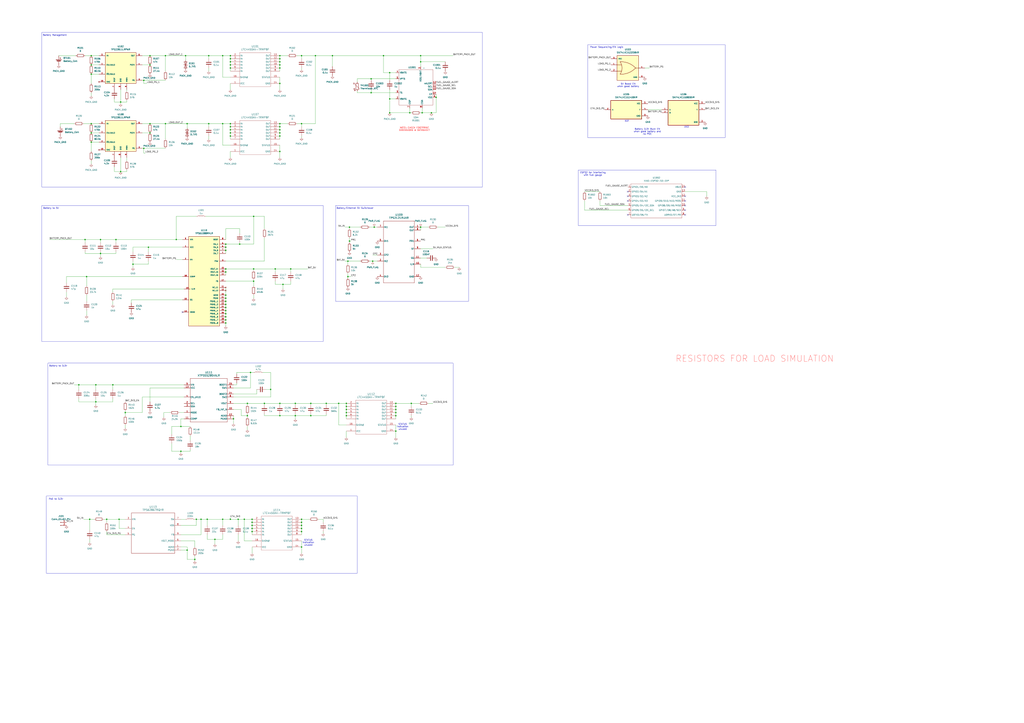
<source format=kicad_sch>
(kicad_sch (version 20250114) (generator "eeschema") (generator_version "9.0")
  (paper "A1")
  (rectangle (start 275.59 168.91) (end 384.81 247.65))
  (rectangle (start 474.98 139.7) (end 588.01 185.42))
  (rectangle (start 39.37 298.45) (end 372.11 382.27))
  (rectangle (start 34.29 168.91) (end 265.43 280.67))
  (rectangle (start 38.1 407.67) (end 293.37 471.17))
  (rectangle (start 34.29 26.67) (end 396.24 153.67))
  (rectangle (start 482.6 36.83) (end 595.63 113.03))
  (text "NOT" (at 514.858 99.568 0) (effects (font (size 1.27 1.27))))
  (text "Power Sequencing/EN Logic" (at 498.348 38.862 0) (effects (font (size 1.27 1.27))))
  (text "Battery to 3.3V" (at 47.752 300.736 0) (effects (font (size 1.27 1.27))))
  (text "Battery to 5V" (at 41.91 171.196 0) (effects (font (size 1.27 1.27))))
  (text "STATUS\nindication\nunused" (at 330.708 350.774 0) (effects (font (size 1.27 1.27))))
  (text "Battery Management" (at 44.958 28.956 0) (effects (font (size 1.27 1.27))))
  (text "AND" (at 563.88 104.394 0) (effects (font (size 1.27 1.27))))
  (text "Battery 3.3V Buck EN\nwhen good battery and\nno POE" (at 531.622 108.204 0) (effects (font (size 1.27 1.27))))
  (text "STATUS\nindication\nunused" (at 253.238 446.024 0) (effects (font (size 1.27 1.27))))
  (text "NOTE: CHECK FOOTPRINT\nDIMENSIONS W DATASHEET" (at 340.36 106.172 0) (effects (font (size 1.27 1.27))))
  (text "ESP32 for interfacing\nwith fuel gauge" (at 486.918 143.002 0) (effects (font (size 1.27 1.27))))
  (text "PoE to 3.3V" (at 45.974 410.21 0) (effects (font (size 1.27 1.27))))
  (text "5V Boost EN\nwhen good battery" (at 515.874 70.104 0) (effects (font (size 1.27 1.27))))
  (text "Battery/Ethernet 5V Switchover" (at 291.592 171.196 0) (effects (font (size 1.27 1.27))))
  (text "RESISTORS FOR LOAD SIMULATION" (at 619.76 294.894 0) (effects (font (size 5.08 5.08))))
  (junction (at 185.42 257.81))
  (junction (at 304.8 64.77))
  (junction (at 255.27 341.63))
  (junction (at 307.34 186.69))
  (junction (at 259.08 45.72))
  (junction (at 78.74 330.2))
  (junction (at 189.23 106.68))
  (junction (at 185.42 265.43))
  (junction (at 182.88 45.72))
  (junction (at 185.42 260.35))
  (junction (at 207.01 431.8))
  (junction (at 336.55 92.71))
  (junction (at 229.87 111.76))
  (junction (at 135.89 101.6))
  (junction (at 189.23 50.8))
  (junction (at 247.65 434.34))
  (junction (at 205.74 306.07))
  (junction (at 74.93 53.34))
  (junction (at 208.28 220.98))
  (junction (at 176.53 443.23))
  (junction (at 345.44 50.8))
  (junction (at 123.19 101.6))
  (junction (at 99.06 140.97))
  (junction (at 287.02 186.69))
  (junction (at 229.87 104.14))
  (junction (at 189.23 426.72))
  (junction (at 354.33 92.71))
  (junction (at 226.06 220.98))
  (junction (at 229.87 53.34))
  (junction (at 325.12 339.09))
  (junction (at 152.4 45.72))
  (junction (at 185.42 245.11))
  (junction (at 185.42 200.66))
  (junction (at 109.22 217.17))
  (junction (at 182.88 426.72))
  (junction (at 320.04 92.71))
  (junction (at 74.93 109.22))
  (junction (at 325.12 336.55))
  (junction (at 229.87 106.68))
  (junction (at 189.23 48.26))
  (junction (at 148.59 370.84))
  (junction (at 208.28 231.14))
  (junction (at 195.58 426.72))
  (junction (at 247.65 436.88))
  (junction (at 123.19 53.34))
  (junction (at 161.29 426.72))
  (junction (at 185.42 242.57))
  (junction (at 87.63 426.72))
  (junction (at 247.65 426.72))
  (junction (at 242.57 341.63))
  (junction (at 170.18 426.72))
  (junction (at 189.23 109.22))
  (junction (at 358.14 80.01))
  (junction (at 229.87 124.46))
  (junction (at 208.28 177.8))
  (junction (at 165.1 426.72))
  (junction (at 153.67 101.6))
  (junction (at 148.59 350.52))
  (junction (at 74.93 45.72))
  (junction (at 123.19 109.22))
  (junction (at 99.06 83.82))
  (junction (at 185.42 262.89))
  (junction (at 92.71 316.23))
  (junction (at 207.01 429.26))
  (junction (at 238.76 220.98))
  (junction (at 306.07 214.63))
  (junction (at 182.88 101.6))
  (junction (at 97.79 426.72))
  (junction (at 171.45 45.72))
  (junction (at 267.97 331.47))
  (junction (at 345.44 186.69))
  (junction (at 232.41 233.68))
  (junction (at 82.55 208.28))
  (junction (at 189.23 104.14))
  (junction (at 95.25 196.85))
  (junction (at 284.48 336.55))
  (junction (at 74.93 60.96))
  (junction (at 284.48 339.09))
  (junction (at 304.8 76.2))
  (junction (at 247.65 45.72))
  (junction (at 82.55 196.85))
  (junction (at 287.02 198.12))
  (junction (at 325.12 331.47))
  (junction (at 69.85 196.85))
  (junction (at 185.42 203.2))
  (junction (at 207.01 434.34))
  (junction (at 160.02 459.74))
  (junction (at 346.71 92.71))
  (junction (at 273.05 45.72))
  (junction (at 118.11 66.04))
  (junction (at 320.04 81.28))
  (junction (at 314.96 45.72))
  (junction (at 207.01 436.88))
  (junction (at 325.12 354.33))
  (junction (at 189.23 55.88))
  (junction (at 345.44 45.72))
  (junction (at 284.48 331.47))
  (junction (at 284.48 341.63))
  (junction (at 185.42 252.73))
  (junction (at 185.42 255.27))
  (junction (at 285.75 214.63))
  (junction (at 217.17 331.47))
  (junction (at 189.23 101.6))
  (junction (at 203.2 341.63))
  (junction (at 196.85 200.66))
  (junction (at 135.89 45.72))
  (junction (at 285.75 227.33))
  (junction (at 191.77 344.17))
  (junction (at 229.87 48.26))
  (junction (at 144.78 196.85))
  (junction (at 325.12 334.01))
  (junction (at 320.04 59.69))
  (junction (at 242.57 331.47))
  (junction (at 71.12 227.33))
  (junction (at 229.87 68.58))
  (junction (at 189.23 111.76))
  (junction (at 200.66 426.72))
  (junction (at 229.87 55.88))
  (junction (at 73.66 426.72))
  (junction (at 229.87 101.6))
  (junction (at 171.45 101.6))
  (junction (at 207.01 426.72))
  (junction (at 278.13 331.47))
  (junction (at 74.93 101.6))
  (junction (at 153.67 452.12))
  (junction (at 229.87 45.72))
  (junction (at 185.42 223.52))
  (junction (at 185.42 205.74))
  (junction (at 325.12 341.63))
  (junction (at 247.65 429.26))
  (junction (at 185.42 247.65))
  (junction (at 255.27 331.47))
  (junction (at 121.92 203.2))
  (junction (at 284.48 334.01))
  (junction (at 185.42 250.19))
  (junction (at 229.87 109.22))
  (junction (at 337.82 331.47))
  (junction (at 74.93 116.84))
  (junction (at 247.65 431.8))
  (junction (at 229.87 331.47))
  (junction (at 78.74 316.23))
  (junction (at 64.77 316.23))
  (junction (at 189.23 45.72))
  (junction (at 189.23 53.34))
  (junction (at 203.2 331.47))
  (junction (at 123.19 45.72))
  (junction (at 247.65 101.6))
  (junction (at 222.25 320.04))
  (junction (at 102.87 339.09))
  (junction (at 118.11 121.92))
  (junction (at 229.87 341.63))
  (junction (at 229.87 50.8))
  (junction (at 247.65 449.58))
  (junction (at 185.42 220.98))
  (no_connect (at 562.61 165.1))
  (no_connect (at 515.62 176.53))
  (no_connect (at 562.61 168.91))
  (no_connect (at 562.61 172.72))
  (no_connect (at 562.61 153.67))
  (no_connect (at 515.62 165.1))
  (no_connect (at 562.61 161.29))
  (no_connect (at 149.86 256.54))
  (no_connect (at 515.62 161.29))
  (no_connect (at 562.61 176.53))
  (no_connect (at 515.62 157.48))
  (wire (pts (xy 119.38 125.73) (xy 118.11 125.73)))
  (wire (pts (xy 182.88 426.72) (xy 182.88 431.8)))
  (wire (pts (xy 171.45 101.6) (xy 171.45 104.14)))
  (wire (pts (xy 185.42 231.14) (xy 208.28 231.14)))
  (wire (pts (xy 74.93 109.22) (xy 81.28 109.22)))
  (wire (pts (xy 194.31 307.34) (xy 194.31 306.07)))
  (wire (pts (xy 153.67 101.6) (xy 153.67 105.41)))
  (wire (pts (xy 189.23 124.46) (xy 189.23 129.54)))
  (wire (pts (xy 208.28 231.14) (xy 208.28 229.87)))
  (wire (pts (xy 238.76 220.98) (xy 226.06 220.98)))
  (wire (pts (xy 306.07 209.55) (xy 309.88 209.55)))
  (wire (pts (xy 54.61 240.03) (xy 54.61 243.84)))
  (wire (pts (xy 116.84 101.6) (xy 123.19 101.6)))
  (wire (pts (xy 151.13 237.49) (xy 92.71 237.49)))
  (wire (pts (xy 229.87 109.22) (xy 229.87 106.68)))
  (wire (pts (xy 306.07 214.63) (xy 309.88 214.63)))
  (wire (pts (xy 287.02 198.12) (xy 288.29 198.12)))
  (wire (pts (xy 152.4 45.72) (xy 152.4 49.53)))
  (wire (pts (xy 229.87 111.76) (xy 229.87 109.22)))
  (wire (pts (xy 200.66 426.72) (xy 207.01 426.72)))
  (wire (pts (xy 226.06 220.98) (xy 208.28 220.98)))
  (wire (pts (xy 229.87 50.8) (xy 229.87 48.26)))
  (wire (pts (xy 118.11 68.58) (xy 118.11 66.04)))
  (wire (pts (xy 320.04 59.69) (xy 314.96 59.69)))
  (wire (pts (xy 92.71 316.23) (xy 151.13 316.23)))
  (wire (pts (xy 196.85 187.96) (xy 196.85 191.77)))
  (wire (pts (xy 373.38 219.71) (xy 377.19 219.71)))
  (wire (pts (xy 191.77 344.17) (xy 191.77 347.98)))
  (wire (pts (xy 229.87 341.63) (xy 242.57 341.63)))
  (wire (pts (xy 171.45 55.88) (xy 171.45 58.42)))
  (wire (pts (xy 148.59 350.52) (xy 156.21 350.52)))
  (wire (pts (xy 287.02 186.69) (xy 287.02 187.96)))
  (wire (pts (xy 345.44 212.09) (xy 350.52 212.09)))
  (wire (pts (xy 222.25 326.39) (xy 222.25 320.04)))
  (wire (pts (xy 208.28 200.66) (xy 196.85 200.66)))
  (wire (pts (xy 68.58 426.72) (xy 73.66 426.72)))
  (wire (pts (xy 325.12 331.47) (xy 337.82 331.47)))
  (wire (pts (xy 480.06 157.48) (xy 492.76 157.48)))
  (wire (pts (xy 208.28 242.57) (xy 208.28 245.11)))
  (wire (pts (xy 116.84 121.92) (xy 118.11 121.92)))
  (wire (pts (xy 185.42 236.22) (xy 185.42 242.57)))
  (wire (pts (xy 191.77 341.63) (xy 191.77 344.17)))
  (wire (pts (xy 109.22 214.63) (xy 109.22 217.17)))
  (wire (pts (xy 238.76 220.98) (xy 252.73 220.98)))
  (wire (pts (xy 273.05 45.72) (xy 314.96 45.72)))
  (wire (pts (xy 336.55 92.71) (xy 337.82 92.71)))
  (wire (pts (xy 69.85 208.28) (xy 82.55 208.28)))
  (wire (pts (xy 267.97 341.63) (xy 267.97 340.36)))
  (wire (pts (xy 160.02 457.2) (xy 160.02 459.74)))
  (wire (pts (xy 95.25 196.85) (xy 95.25 199.39)))
  (wire (pts (xy 116.84 326.39) (xy 151.13 326.39)))
  (wire (pts (xy 229.87 104.14) (xy 229.87 101.6)))
  (wire (pts (xy 229.87 119.38) (xy 229.87 124.46)))
  (wire (pts (xy 247.65 436.88) (xy 247.65 434.34)))
  (wire (pts (xy 207.01 434.34) (xy 207.01 431.8)))
  (wire (pts (xy 217.17 331.47) (xy 217.17 332.74)))
  (wire (pts (xy 92.71 316.23) (xy 92.71 320.04)))
  (wire (pts (xy 255.27 331.47) (xy 255.27 332.74)))
  (wire (pts (xy 74.93 53.34) (xy 81.28 53.34)))
  (wire (pts (xy 87.63 439.42) (xy 102.87 439.42)))
  (wire (pts (xy 121.92 203.2) (xy 149.86 203.2)))
  (wire (pts (xy 320.04 81.28) (xy 320.04 92.71)))
  (wire (pts (xy 247.65 101.6) (xy 247.65 104.14)))
  (wire (pts (xy 102.87 434.34) (xy 97.79 434.34)))
  (wire (pts (xy 116.84 53.34) (xy 123.19 53.34)))
  (wire (pts (xy 284.48 344.17) (xy 284.48 341.63)))
  (wire (pts (xy 232.41 237.49) (xy 232.41 233.68)))
  (wire (pts (xy 135.89 101.6) (xy 135.89 114.3)))
  (wire (pts (xy 69.85 45.72) (xy 74.93 45.72)))
  (wire (pts (xy 92.71 237.49) (xy 92.71 240.03)))
  (wire (pts (xy 229.87 68.58) (xy 229.87 73.66)))
  (wire (pts (xy 168.91 177.8) (xy 208.28 177.8)))
  (wire (pts (xy 74.93 45.72) (xy 81.28 45.72)))
  (wire (pts (xy 189.23 55.88) (xy 189.23 53.34)))
  (wire (pts (xy 140.97 356.87) (xy 140.97 350.52)))
  (wire (pts (xy 226.06 220.98) (xy 226.06 223.52)))
  (wire (pts (xy 171.45 101.6) (xy 182.88 101.6)))
  (wire (pts (xy 99.06 129.54) (xy 99.06 140.97)))
  (wire (pts (xy 217.17 331.47) (xy 203.2 331.47)))
  (wire (pts (xy 345.44 92.71) (xy 346.71 92.71)))
  (wire (pts (xy 207.01 449.58) (xy 207.01 454.66)))
  (wire (pts (xy 74.93 60.96) (xy 74.93 68.58)))
  (wire (pts (xy 191.77 316.23) (xy 194.31 316.23)))
  (wire (pts (xy 74.93 116.84) (xy 81.28 116.84)))
  (wire (pts (xy 176.53 443.23) (xy 182.88 443.23)))
  (wire (pts (xy 203.2 341.63) (xy 203.2 342.9)))
  (wire (pts (xy 185.42 220.98) (xy 208.28 220.98)))
  (wire (pts (xy 229.87 45.72) (xy 236.22 45.72)))
  (wire (pts (xy 95.25 196.85) (xy 144.78 196.85)))
  (wire (pts (xy 229.87 101.6) (xy 236.22 101.6)))
  (wire (pts (xy 261.62 426.72) (xy 265.43 426.72)))
  (wire (pts (xy 194.31 306.07) (xy 205.74 306.07)))
  (wire (pts (xy 49.53 101.6) (xy 60.96 101.6)))
  (wire (pts (xy 99.06 83.82) (xy 93.98 83.82)))
  (wire (pts (xy 283.21 186.69) (xy 287.02 186.69)))
  (wire (pts (xy 314.96 45.72) (xy 345.44 45.72)))
  (wire (pts (xy 229.87 55.88) (xy 229.87 53.34)))
  (wire (pts (xy 170.18 439.42) (xy 170.18 443.23)))
  (wire (pts (xy 135.89 45.72) (xy 152.4 45.72)))
  (wire (pts (xy 104.14 83.82) (xy 99.06 83.82)))
  (wire (pts (xy 229.87 331.47) (xy 229.87 332.74)))
  (wire (pts (xy 92.71 247.65) (xy 92.71 250.19)))
  (wire (pts (xy 337.82 341.63) (xy 337.82 342.9)))
  (wire (pts (xy 78.74 327.66) (xy 78.74 330.2)))
  (wire (pts (xy 189.23 68.58) (xy 189.23 73.66)))
  (wire (pts (xy 151.13 339.09) (xy 147.32 339.09)))
  (wire (pts (xy 121.92 203.2) (xy 109.22 203.2)))
  (wire (pts (xy 325.12 341.63) (xy 325.12 339.09)))
  (wire (pts (xy 140.97 370.84) (xy 140.97 364.49)))
  (wire (pts (xy 242.57 341.63) (xy 242.57 340.36)))
  (wire (pts (xy 135.89 45.72) (xy 135.89 58.42)))
  (wire (pts (xy 185.42 214.63) (xy 217.17 214.63)))
  (wire (pts (xy 492.76 165.1) (xy 492.76 168.91)))
  (wire (pts (xy 203.2 350.52) (xy 203.2 353.06)))
  (wire (pts (xy 148.59 444.5) (xy 160.02 444.5)))
  (wire (pts (xy 93.98 140.97) (xy 93.98 137.16)))
  (wire (pts (xy 152.4 45.72) (xy 171.45 45.72)))
  (wire (pts (xy 123.19 45.72) (xy 135.89 45.72)))
  (wire (pts (xy 104.14 129.54) (xy 104.14 132.08)))
  (wire (pts (xy 226.06 233.68) (xy 232.41 233.68)))
  (wire (pts (xy 64.77 327.66) (xy 64.77 330.2)))
  (wire (pts (xy 74.93 116.84) (xy 74.93 124.46)))
  (wire (pts (xy 185.42 257.81) (xy 185.42 260.35)))
  (wire (pts (xy 267.97 332.74) (xy 267.97 331.47)))
  (wire (pts (xy 160.02 444.5) (xy 160.02 449.58)))
  (wire (pts (xy 151.13 344.17) (xy 148.59 344.17)))
  (wire (pts (xy 325.12 344.17) (xy 325.12 341.63)))
  (wire (pts (xy 325.12 334.01) (xy 325.12 331.47)))
  (wire (pts (xy 191.77 323.85) (xy 210.82 323.85)))
  (wire (pts (xy 64.77 330.2) (xy 78.74 330.2)))
  (wire (pts (xy 242.57 344.17) (xy 242.57 341.63)))
  (wire (pts (xy 198.12 341.63) (xy 203.2 341.63)))
  (wire (pts (xy 243.84 45.72) (xy 247.65 45.72)))
  (wire (pts (xy 148.59 449.58) (xy 153.67 449.58)))
  (wire (pts (xy 222.25 320.04) (xy 222.25 306.07)))
  (wire (pts (xy 217.17 214.63) (xy 217.17 195.58)))
  (wire (pts (xy 358.14 77.47) (xy 358.14 80.01)))
  (wire (pts (xy 207.01 431.8) (xy 207.01 429.26)))
  (wire (pts (xy 345.44 219.71) (xy 345.44 217.17)))
  (wire (pts (xy 156.21 370.84) (xy 148.59 370.84)))
  (wire (pts (xy 278.13 331.47) (xy 284.48 331.47)))
  (wire (pts (xy 189.23 425.45) (xy 189.23 426.72)))
  (wire (pts (xy 304.8 73.66) (xy 304.8 76.2)))
  (wire (pts (xy 170.18 443.23) (xy 176.53 443.23)))
  (wire (pts (xy 320.04 92.71) (xy 336.55 92.71)))
  (wire (pts (xy 97.79 426.72) (xy 97.79 434.34)))
  (wire (pts (xy 207.01 436.88) (xy 207.01 434.34)))
  (wire (pts (xy 148.59 370.84) (xy 148.59 372.11)))
  (wire (pts (xy 284.48 334.01) (xy 284.48 331.47)))
  (wire (pts (xy 226.06 233.68) (xy 226.06 231.14)))
  (wire (pts (xy 185.42 252.73) (xy 185.42 255.27)))
  (wire (pts (xy 85.09 426.72) (xy 87.63 426.72)))
  (wire (pts (xy 217.17 187.96) (xy 217.17 177.8)))
  (wire (pts (xy 156.21 369.57) (xy 156.21 370.84)))
  (wire (pts (xy 71.12 255.27) (xy 71.12 259.08)))
  (wire (pts (xy 134.62 339.09) (xy 134.62 342.9)))
  (wire (pts (xy 92.71 330.2) (xy 92.71 327.66)))
  (wire (pts (xy 185.42 265.43) (xy 185.42 267.97)))
  (wire (pts (xy 99.06 83.82) (xy 99.06 85.09)))
  (wire (pts (xy 284.48 349.25) (xy 278.13 349.25)))
  (wire (pts (xy 208.28 177.8) (xy 208.28 200.66)))
  (wire (pts (xy 189.23 114.3) (xy 189.23 111.76)))
  (wire (pts (xy 191.77 318.77) (xy 205.74 318.77)))
  (wire (pts (xy 185.42 200.66) (xy 185.42 203.2)))
  (wire (pts (xy 160.02 459.74) (xy 160.02 461.01)))
  (wire (pts (xy 283.21 214.63) (xy 285.75 214.63)))
  (wire (pts (xy 123.19 318.77) (xy 123.19 330.2)))
  (wire (pts (xy 148.59 439.42) (xy 165.1 439.42)))
  (wire (pts (xy 247.65 55.88) (xy 247.65 57.15)))
  (wire (pts (xy 320.04 59.69) (xy 320.04 66.04)))
  (wire (pts (xy 355.6 204.47) (xy 345.44 204.47)))
  (wire (pts (xy 161.29 431.8) (xy 161.29 426.72)))
  (wire (pts (xy 73.66 426.72) (xy 73.66 435.61)))
  (wire (pts (xy 351.79 331.47) (xy 355.6 331.47)))
  (wire (pts (xy 149.86 246.38) (xy 107.95 246.38)))
  (wire (pts (xy 205.74 318.77) (xy 205.74 306.07)))
  (wire (pts (xy 265.43 426.72) (xy 265.43 429.26)))
  (wire (pts (xy 182.88 101.6) (xy 189.23 101.6)))
  (wire (pts (xy 247.65 449.58) (xy 247.65 454.66)))
  (wire (pts (xy 255.27 341.63) (xy 255.27 340.36)))
  (wire (pts (xy 82.55 208.28) (xy 82.55 210.82)))
  (wire (pts (xy 218.44 320.04) (xy 222.25 320.04)))
  (wire (pts (xy 182.88 63.5) (xy 182.88 45.72)))
  (wire (pts (xy 118.11 121.92) (xy 135.89 121.92)))
  (wire (pts (xy 532.13 90.17) (xy 543.56 90.17)))
  (wire (pts (xy 148.59 431.8) (xy 161.29 431.8)))
  (wire (pts (xy 116.84 339.09) (xy 116.84 326.39)))
  (wire (pts (xy 480.06 165.1) (xy 480.06 172.72)))
  (wire (pts (xy 82.55 207.01) (xy 82.55 208.28)))
  (wire (pts (xy 151.13 318.77) (xy 123.19 318.77)))
  (wire (pts (xy 78.74 330.2) (xy 92.71 330.2)))
  (wire (pts (xy 149.86 227.33) (xy 71.12 227.33)))
  (wire (pts (xy 74.93 132.08) (xy 74.93 134.62)))
  (wire (pts (xy 64.77 316.23) (xy 78.74 316.23)))
  (wire (pts (xy 195.58 426.72) (xy 200.66 426.72)))
  (wire (pts (xy 247.65 429.26) (xy 247.65 426.72)))
  (wire (pts (xy 185.42 250.19) (xy 185.42 252.73)))
  (wire (pts (xy 60.96 316.23) (xy 64.77 316.23)))
  (wire (pts (xy 337.82 331.47) (xy 337.82 334.01)))
  (wire (pts (xy 562.61 157.48) (xy 580.39 157.48)))
  (wire (pts (xy 325.12 336.55) (xy 325.12 334.01)))
  (wire (pts (xy 104.14 140.97) (xy 99.06 140.97)))
  (wire (pts (xy 176.53 443.23) (xy 176.53 447.04)))
  (wire (pts (xy 232.41 233.68) (xy 238.76 233.68)))
  (wire (pts (xy 185.42 255.27) (xy 185.42 257.81)))
  (wire (pts (xy 247.65 45.72) (xy 259.08 45.72)))
  (wire (pts (xy 104.14 82.55) (xy 104.14 83.82)))
  (wire (pts (xy 345.44 45.72) (xy 345.44 50.8)))
  (wire (pts (xy 185.42 203.2) (xy 185.42 205.74)))
  (wire (pts (xy 189.23 53.34) (xy 189.23 50.8)))
  (wire (pts (xy 273.05 45.72) (xy 273.05 54.61)))
  (wire (pts (xy 144.78 196.85) (xy 149.86 196.85)))
  (wire (pts (xy 170.18 426.72) (xy 182.88 426.72)))
  (wire (pts (xy 116.84 66.04) (xy 118.11 66.04)))
  (wire (pts (xy 287.02 198.12) (xy 287.02 199.39)))
  (wire (pts (xy 229.87 106.68) (xy 229.87 104.14)))
  (wire (pts (xy 82.55 196.85) (xy 82.55 199.39)))
  (wire (pts (xy 185.42 242.57) (xy 185.42 245.11)))
  (wire (pts (xy 185.42 260.35) (xy 185.42 262.89)))
  (wire (pts (xy 284.48 336.55) (xy 284.48 334.01)))
  (wire (pts (xy 320.04 73.66) (xy 320.04 81.28)))
  (wire (pts (xy 69.85 208.28) (xy 69.85 207.01)))
  (wire (pts (xy 189.23 111.76) (xy 189.23 109.22)))
  (wire (pts (xy 171.45 45.72) (xy 182.88 45.72)))
  (wire (pts (xy 198.12 336.55) (xy 198.12 341.63)))
  (wire (pts (xy 189.23 104.14) (xy 189.23 101.6)))
  (wire (pts (xy 182.88 119.38) (xy 182.88 101.6)))
  (wire (pts (xy 207.01 444.5) (xy 200.66 444.5)))
  (wire (pts (xy 203.2 340.36) (xy 203.2 341.63)))
  (wire (pts (xy 195.58 426.72) (xy 195.58 431.8)))
  (wire (pts (xy 156.21 358.14) (xy 156.21 361.95)))
  (wire (pts (xy 293.37 74.93) (xy 293.37 76.2)))
  (wire (pts (xy 267.97 331.47) (xy 255.27 331.47)))
  (wire (pts (xy 185.42 205.74) (xy 185.42 208.28)))
  (wire (pts (xy 171.45 45.72) (xy 171.45 48.26)))
  (wire (pts (xy 102.87 349.25) (xy 102.87 351.79)))
  (wire (pts (xy 87.63 426.72) (xy 87.63 429.26)))
  (wire (pts (xy 247.65 426.72) (xy 254 426.72)))
  (wire (pts (xy 160.02 459.74) (xy 153.67 459.74)))
  (wire (pts (xy 293.37 64.77) (xy 304.8 64.77)))
  (wire (pts (xy 189.23 50.8) (xy 189.23 48.26)))
  (wire (pts (xy 40.64 196.85) (xy 69.85 196.85)))
  (wire (pts (xy 195.58 444.5) (xy 195.58 439.42)))
  (wire (pts (xy 229.87 48.26) (xy 229.87 45.72)))
  (wire (pts (xy 242.57 341.63) (xy 255.27 341.63)))
  (wire (pts (xy 243.84 101.6) (xy 247.65 101.6)))
  (wire (pts (xy 358.14 80.01) (xy 358.14 92.71)))
  (wire (pts (xy 210.82 323.85) (xy 210.82 320.04)))
  (wire (pts (xy 78.74 330.2) (xy 78.74 332.74)))
  (wire (pts (xy 165.1 426.72) (xy 170.18 426.72)))
  (wire (pts (xy 139.7 339.09) (xy 134.62 339.09)))
  (wire (pts (xy 149.86 213.36) (xy 144.78 213.36)))
  (wire (pts (xy 182.88 45.72) (xy 189.23 45.72)))
  (wire (pts (xy 73.66 443.23) (xy 73.66 445.77)))
  (wire (pts (xy 104.14 73.66) (xy 104.14 74.93)))
  (wire (pts (xy 278.13 349.25) (xy 278.13 331.47)))
  (wire (pts (xy 284.48 354.33) (xy 284.48 359.41)))
  (wire (pts (xy 307.34 186.69) (xy 309.88 186.69)))
  (wire (pts (xy 345.44 186.69) (xy 345.44 189.23)))
  (wire (pts (xy 337.82 331.47) (xy 344.17 331.47)))
  (wire (pts (xy 208.28 177.8) (xy 217.17 177.8)))
  (wire (pts (xy 325.12 339.09) (xy 325.12 336.55)))
  (wire (pts (xy 345.44 50.8) (xy 345.44 54.61)))
  (wire (pts (xy 189.23 109.22) (xy 189.23 106.68)))
  (wire (pts (xy 358.14 92.71) (xy 354.33 92.71)))
  (wire (pts (xy 285.75 224.79) (xy 285.75 227.33)))
  (wire (pts (xy 325.12 64.77) (xy 304.8 64.77)))
  (wire (pts (xy 71.12 242.57) (xy 71.12 247.65)))
  (wire (pts (xy 97.79 426.72) (xy 102.87 426.72)))
  (wire (pts (xy 74.93 76.2) (xy 74.93 78.74)))
  (wire (pts (xy 189.23 119.38) (xy 182.88 119.38)))
  (wire (pts (xy 247.65 431.8) (xy 247.65 429.26)))
  (wire (pts (xy 49.53 101.6) (xy 49.53 104.14)))
  (wire (pts (xy 73.66 426.72) (xy 77.47 426.72)))
  (wire (pts (xy 182.88 439.42) (xy 182.88 443.23)))
  (wire (pts (xy 64.77 316.23) (xy 64.77 320.04)))
  (wire (pts (xy 304.8 76.2) (xy 325.12 76.2)))
  (wire (pts (xy 345.44 45.72) (xy 372.11 45.72)))
  (wire (pts (xy 191.77 336.55) (xy 198.12 336.55)))
  (wire (pts (xy 229.87 341.63) (xy 229.87 340.36)))
  (wire (pts (xy 68.58 101.6) (xy 74.93 101.6)))
  (wire (pts (xy 314.96 59.69) (xy 314.96 45.72)))
  (wire (pts (xy 161.29 177.8) (xy 144.78 177.8)))
  (wire (pts (xy 120.65 68.58) (xy 118.11 68.58)))
  (wire (pts (xy 189.23 58.42) (xy 189.23 55.88)))
  (wire (pts (xy 284.48 341.63) (xy 284.48 339.09)))
  (wire (pts (xy 185.42 247.65) (xy 185.42 250.19)))
  (wire (pts (xy 247.65 434.34) (xy 247.65 431.8)))
  (wire (pts (xy 185.42 245.11) (xy 185.42 247.65)))
  (wire (pts (xy 121.92 217.17) (xy 121.92 214.63)))
  (wire (pts (xy 109.22 203.2) (xy 109.22 207.01)))
  (wire (pts (xy 284.48 339.09) (xy 284.48 336.55)))
  (wire (pts (xy 304.8 64.77) (xy 304.8 66.04)))
  (wire (pts (xy 247.65 439.42) (xy 247.65 436.88)))
  (wire (pts (xy 82.55 208.28) (xy 95.25 208.28)))
  (wire (pts (xy 208.28 231.14) (xy 208.28 234.95)))
  (wire (pts (xy 189.23 426.72) (xy 195.58 426.72)))
  (wire (pts (xy 303.53 214.63) (xy 306.07 214.63)))
  (wire (pts (xy 160.02 426.72) (xy 161.29 426.72)))
  (wire (pts (xy 182.88 426.72) (xy 189.23 426.72)))
  (wire (pts (xy 87.63 436.88) (xy 87.63 439.42)))
  (wire (pts (xy 69.85 196.85) (xy 82.55 196.85)))
  (wire (pts (xy 116.84 45.72) (xy 123.19 45.72)))
  (wire (pts (xy 102.87 339.09) (xy 102.87 341.63)))
  (wire (pts (xy 123.19 101.6) (xy 135.89 101.6)))
  (wire (pts (xy 303.53 186.69) (xy 307.34 186.69)))
  (wire (pts (xy 345.44 219.71) (xy 365.76 219.71)))
  (wire (pts (xy 229.87 53.34) (xy 229.87 50.8)))
  (wire (pts (xy 229.87 58.42) (xy 229.87 55.88)))
  (wire (pts (xy 217.17 341.63) (xy 229.87 341.63)))
  (wire (pts (xy 118.11 125.73) (xy 118.11 121.92)))
  (wire (pts (xy 153.67 101.6) (xy 171.45 101.6)))
  (wire (pts (xy 325.12 354.33) (xy 325.12 359.41)))
  (wire (pts (xy 247.65 444.5) (xy 247.65 449.58)))
  (wire (pts (xy 285.75 227.33) (xy 288.29 227.33)))
  (wire (pts (xy 189.23 63.5) (xy 182.88 63.5)))
  (wire (pts (xy 285.75 214.63) (xy 285.75 217.17)))
  (wire (pts (xy 99.06 73.66) (xy 99.06 83.82)))
  (wire (pts (xy 116.84 339.09) (xy 102.87 339.09)))
  (wire (pts (xy 200.66 444.5) (xy 200.66 426.72)))
  (wire (pts (xy 161.29 426.72) (xy 165.1 426.72)))
  (wire (pts (xy 325.12 81.28) (xy 320.04 81.28)))
  (wire (pts (xy 48.26 45.72) (xy 62.23 45.72)))
  (wire (pts (xy 238.76 223.52) (xy 238.76 220.98)))
  (wire (pts (xy 95.25 208.28) (xy 95.25 207.01)))
  (wire (pts (xy 102.87 337.82) (xy 102.87 339.09)))
  (wire (pts (xy 267.97 331.47) (xy 278.13 331.47)))
  (wire (pts (xy 104.14 139.7) (xy 104.14 140.97)))
  (wire (pts (xy 185.42 220.98) (xy 185.42 223.52)))
  (wire (pts (xy 148.59 426.72) (xy 152.4 426.72)))
  (wire (pts (xy 247.65 45.72) (xy 247.65 48.26)))
  (wire (pts (xy 325.12 349.25) (xy 325.12 354.33)))
  (wire (pts (xy 107.95 246.38) (xy 107.95 248.92)))
  (wire (pts (xy 74.93 60.96) (xy 81.28 60.96)))
  (wire (pts (xy 78.74 316.23) (xy 78.74 320.04)))
  (wire (pts (xy 242.57 331.47) (xy 242.57 332.74)))
  (wire (pts (xy 259.08 101.6) (xy 259.08 45.72)))
  (wire (pts (xy 580.39 157.48) (xy 580.39 161.29)))
  (wire (pts (xy 185.42 196.85) (xy 185.42 187.96)))
  (wire (pts (xy 118.11 66.04) (xy 135.89 66.04)))
  (wire (pts (xy 346.71 92.71) (xy 354.33 92.71)))
  (wire (pts (xy 121.92 207.01) (xy 121.92 203.2)))
  (wire (pts (xy 148.59 370.84) (xy 140.97 370.84)))
  (wire (pts (xy 229.87 114.3) (xy 229.87 111.76)))
  (wire (pts (xy 165.1 439.42) (xy 165.1 426.72)))
  (wire (pts (xy 148.59 452.12) (xy 153.67 452.12)))
  (wire (pts (xy 238.76 233.68) (xy 238.76 231.14)))
  (wire (pts (xy 247.65 111.76) (xy 247.65 113.03)))
  (wire (pts (xy 189.23 48.26) (xy 189.23 45.72)))
  (wire (pts (xy 285.75 227.33) (xy 285.75 228.6)))
  (wire (pts (xy 336.55 88.9) (xy 336.55 92.71)))
  (wire (pts (xy 533.4 55.88) (xy 529.59 55.88)))
  (wire (pts (xy 207.01 429.26) (xy 207.01 426.72)))
  (wire (pts (xy 185.42 262.89) (xy 185.42 265.43)))
  (wire (pts (xy 359.41 186.69) (xy 365.76 186.69)))
  (wire (pts (xy 153.67 449.58) (xy 153.67 452.12)))
  (wire (pts (xy 189.23 106.68) (xy 189.23 104.14)))
  (wire (pts (xy 171.45 111.76) (xy 171.45 114.3)))
  (wire (pts (xy 247.65 101.6) (xy 259.08 101.6)))
  (wire (pts (xy 87.63 426.72) (xy 97.79 426.72)))
  (wire (pts (xy 207.01 439.42) (xy 207.01 436.88)))
  (wire (pts (xy 71.12 227.33) (xy 71.12 234.95)))
  (wire (pts (xy 148.59 344.17) (xy 148.59 350.52)))
  (wire (pts (xy 255.27 341.63) (xy 267.97 341.63)))
  (wire (pts (xy 153.67 459.74) (xy 153.67 452.12)))
  (wire (pts (xy 109.22 217.17) (xy 109.22 219.71)))
  (wire (pts (xy 242.57 331.47) (xy 229.87 331.47)))
  (wire (pts (xy 325.12 59.69) (xy 320.04 59.69)))
  (wire (pts (xy 140.97 350.52) (xy 148.59 350.52)))
  (wire (pts (xy 191.77 331.47) (xy 203.2 331.47)))
  (wire (pts (xy 109.22 217.17) (xy 121.92 217.17)))
  (wire (pts (xy 293.37 76.2) (xy 304.8 76.2)))
  (wire (pts (xy 287.02 195.58) (xy 287.02 198.12)))
  (wire (pts (xy 185.42 223.52) (xy 185.42 226.06)))
  (wire (pts (xy 71.12 227.33) (xy 54.61 227.33)))
  (wire (pts (xy 346.71 88.9) (xy 346.71 92.71)))
  (wire (pts (xy 215.9 306.07) (xy 222.25 306.07)))
  (wire (pts (xy 480.06 172.72) (xy 515.62 172.72)))
  (wire (pts (xy 203.2 331.47) (xy 203.2 332.74)))
  (wire (pts (xy 116.84 109.22) (xy 123.19 109.22)))
  (wire (pts (xy 82.55 196.85) (xy 95.25 196.85)))
  (wire (pts (xy 69.85 196.85) (xy 69.85 199.39)))
  (wire (pts (xy 285.75 214.63) (xy 295.91 214.63)))
  (wire (pts (xy 492.76 168.91) (xy 515.62 168.91)))
  (wire (pts (xy 205.74 306.07) (xy 208.28 306.07)))
  (wire (pts (xy 191.77 326.39) (xy 222.25 326.39)))
  (wire (pts (xy 74.93 101.6) (xy 81.28 101.6)))
  (wire (pts (xy 194.31 316.23) (xy 194.31 314.96)))
  (wire (pts (xy 259.08 45.72) (xy 273.05 45.72)))
  (wire (pts (xy 255.27 331.47) (xy 242.57 331.47)))
  (wire (pts (xy 287.02 186.69) (xy 295.91 186.69)))
  (wire (pts (xy 265.43 436.88) (xy 265.43 438.15)))
  (wire (pts (xy 54.61 227.33) (xy 54.61 232.41)))
  (wire (pts (xy 93.98 83.82) (xy 93.98 81.28)))
  (wire (pts (xy 293.37 67.31) (xy 293.37 64.77)))
  (wire (pts (xy 170.18 426.72) (xy 170.18 431.8)))
  (wire (pts (xy 135.89 101.6) (xy 153.67 101.6)))
  (wire (pts (xy 365.76 50.8) (xy 345.44 50.8)))
  (wire (pts (xy 229.87 331.47) (xy 217.17 331.47)))
  (wire (pts (xy 208.28 222.25) (xy 208.28 220.98)))
  (wire (pts (xy 345.44 186.69) (xy 351.79 186.69)))
  (wire (pts (xy 217.17 341.63) (xy 217.17 340.36)))
  (wire (pts (xy 99.06 140.97) (xy 93.98 140.97)))
  (wire (pts (xy 185.42 187.96) (xy 196.85 187.96)))
  (wire (pts (xy 229.87 124.46) (xy 229.87 129.54)))
  (wire (pts (xy 196.85 199.39) (xy 196.85 200.66)))
  (wire (pts (xy 229.87 63.5) (xy 229.87 68.58)))
  (wire (pts (xy 185.42 200.66) (xy 196.85 200.66)))
  (wire (pts (xy 78.74 316.23) (xy 92.71 316.23)))
  (wire (pts (xy 144.78 177.8) (xy 144.78 196.85)))
  (label "BAT_3V3_EN" (at 579.12 90.17 0))
  (label "BATTERY_PACK_OUT" (at 501.65 48.26 180))
  (label "ETH_3V3_PG" (at 87.63 439.42 0))
  (label "BATTERY_PG" (at 533.4 55.88 0))
  (label "BATTERY_PACK_OUT" (at 372.11 45.72 0))
  (label "5V_IN" (at 283.21 186.69 180))
  (label "LOAD_PG_1" (at 501.65 53.34 180))
  (label "VCC3V3_SYS" (at 265.43 426.72 0))
  (label "LOAD_OUT_1" (at 138.43 45.72 0))
  (label "FUEL_GAUGE_ALERT" (at 515.62 153.67 180))
  (label "FUEL_GAUGE_SCL" (at 358.14 71.12 0))
  (label "BATTERY_PACK_OUT" (at 40.64 196.85 0))
  (label "LOAD_PG_2" (at 119.38 125.73 0))
  (label "ETH_3V3" (at 189.23 425.45 0))
  (label "LOAD_OUT_2" (at 138.43 101.6 0))
  (label "5V_IN" (at 54.61 429.26 0))
  (label "FUEL_GAUGE_ALERT" (at 358.14 68.58 0))
  (label "BAT_5V" (at 283.21 214.63 180))
  (label "VCC3V3_SYS" (at 579.12 85.09 0))
  (label "CP2" (at 306.07 209.55 0))
  (label "FUEL_GAUGE_SDA" (at 496.57 168.91 0))
  (label "5V_IN" (at 68.58 426.72 180))
  (label "BAT_3V3_EN" (at 102.87 330.2 0))
  (label "BAT_5V" (at 252.73 220.98 0))
  (label "LOAD_PG_1" (at 120.65 68.58 0))
  (label "5V_MUX_STATUS" (at 355.6 204.47 0))
  (label "LOAD_PG_2" (at 501.65 58.42 180))
  (label "FUEL_GAUGE_SDA" (at 358.14 73.66 0))
  (label "BATTERY_PG" (at 144.78 213.36 180))
  (label "VCC3V3_SYS" (at 355.6 331.47 0))
  (label "PR1" (at 288.29 198.12 0))
  (label "VCC5V_SYS" (at 365.76 186.69 0))
  (label "BATTERY_PACK_OUT" (at 60.96 316.23 180))
  (label "FUEL_GAUGE_SCL" (at 483.87 172.72 0))
  (label "ETH_3V3_PG" (at 496.57 90.17 180))
  (label "BATTERY_PG" (at 543.56 92.71 180))
  (label "PR1" (at 345.44 198.12 0))
  (label "CP2" (at 288.29 227.33 0))
  (label "VCC3V3_SYS" (at 532.13 85.09 0))
  (label "VCC3V3_SYS" (at 480.06 157.48 0))
  (symbol (lib_id "Device:C") (at 242.57 336.55 0) (unit 1)
    (property "Reference" "C130" (at 246.38 335.2799 0) (effects (justify left)))
    (property "Value" "47u" (at 246.38 337.8199 0) (effects (justify left)))
    (property "Description" "Unpolarized capacitor" (effects (hide yes)))
  )
  (symbol (lib_id "Device:C") (at 69.85 203.2 0) (unit 1)
    (property "Reference" "C111" (at 73.66 201.9299 0) (effects (justify left)))
    (property "Value" "10u" (at 73.66 204.4699 0) (effects (justify left)))
    (property "Description" "Unpolarized capacitor" (effects (hide yes)))
  )
  (symbol (lib_id "Device:C") (at 247.65 107.95 0) (unit 1)
    (property "Reference" "C108" (at 251.46 106.6799 0) (effects (justify left)))
    (property "Value" "0.1u" (at 251.46 109.2199 0) (effects (justify left)))
    (property "Description" "Unpolarized capacitor" (effects (hide yes)))
  )
  (symbol (lib_id "power:GND") (at 358.14 212.09 0) (unit 1)
    (property "Reference" "#PWR0127" (effects (hide yes)))
    (property "Value" "GND" (at 358.14 217.17 0))
    (property "Description" "Power symbol creates a global label with name \"GND\" , ground" (effects (hide yes)))
  )
  (symbol (lib_id "Device:R") (at 143.51 339.09 90) (unit 1)
    (property "Reference" "R145" (at 143.51 341.884 90))
    (property "Value" "24.9k" (at 143.51 344.424 90))
    (property "Description" "Resistor" (effects (hide yes)))
  )
  (symbol (lib_id "power:GND1") (at 74.93 134.62 0) (unit 1)
    (property "Reference" "#PWR01005" (effects (hide yes)))
    (property "Value" "PACK_GND" (at 74.93 139.7 0))
    (property "Description" "Power symbol creates a global label with name \"GND1\" , ground" (effects (hide yes)))
  )
  (symbol (lib_id "Device:R") (at 240.03 101.6 90) (unit 1)
    (property "Reference" "R121" (at 240.03 95.25 90))
    (property "Value" "0" (at 240.03 97.79 90))
    (property "Description" "Resistor" (effects (hide yes)))
  )
  (symbol (lib_id "Device:C") (at 217.17 336.55 0) (unit 1)
    (property "Reference" "C128" (at 220.98 335.2799 0) (effects (justify left)))
    (property "Value" "1u" (at 220.98 337.8199 0) (effects (justify left)))
    (property "Description" "Unpolarized capacitor" (effects (hide yes)))
  )
  (symbol (lib_id "Device:R") (at 208.28 238.76 0) (unit 1)
    (property "Reference" "R140" (at 210.82 237.4899 0) (effects (justify left)))
    (property "Value" "69.8k" (at 210.82 240.0299 0) (effects (justify left)))
    (property "Description" "Resistor" (effects (hide yes)))
  )
  (symbol (lib_id "Device:R") (at 257.81 426.72 90) (unit 1)
    (property "Reference" "R150" (at 257.81 420.37 90))
    (property "Value" "0" (at 257.81 422.91 90))
    (property "Description" "Resistor" (effects (hide yes)))
  )
  (symbol (lib_id "power:GND1") (at 247.65 57.15 0) (unit 1)
    (property "Reference" "#PWR01017" (effects (hide yes)))
    (property "Value" "PACK_GND" (at 247.65 62.23 0))
    (property "Description" "Power symbol creates a global label with name \"GND1\" , ground" (effects (hide yes)))
  )
  (symbol (lib_id "Device:R") (at 102.87 345.44 0) (unit 1)
    (property "Reference" "R146" (at 105.41 344.1699 0) (effects (justify left)))
    (property "Value" "100k" (at 105.41 346.7099 0) (effects (justify left)))
    (property "Description" "Resistor" (effects (hide yes)))
  )
  (symbol (lib_id "Device:C") (at 320.04 69.85 0) (mirror y) (unit 1)
    (property "Reference" "C1002" (at 323.85 68.5799 0) (effects (justify right)))
    (property "Value" "1u" (at 323.85 71.1199 0) (effects (justify right)))
    (property "Description" "Unpolarized capacitor" (effects (hide yes)))
  )
  (symbol (lib_id "Device:R") (at 135.89 118.11 0) (unit 1)
    (property "Reference" "R126" (at 138.43 116.8399 0) (effects (justify left)))
    (property "Value" "10k" (at 138.43 119.3799 0) (effects (justify left)))
    (property "Description" "Resistor" (effects (hide yes)))
  )
  (symbol (lib_id "Device:C") (at 95.25 203.2 0) (unit 1)
    (property "Reference" "C113" (at 99.06 201.9299 0) (effects (justify left)))
    (property "Value" "100n" (at 99.06 204.4699 0) (effects (justify left)))
    (property "Description" "Unpolarized capacitor" (effects (hide yes)))
  )
  (symbol (lib_id "power:GND") (at 580.39 161.29 0) (unit 1)
    (property "Reference" "#PWR01023" (effects (hide yes)))
    (property "Value" "GND" (at 580.39 166.37 0))
    (property "Description" "Power symbol creates a global label with name \"GND\" , ground" (effects (hide yes)))
  )
  (symbol (lib_id "Device:R") (at 74.93 49.53 0) (unit 1)
    (property "Reference" "R106" (at 77.47 48.2599 0) (effects (justify left)))
    (property "Value" "470k" (at 77.47 50.7999 0) (effects (justify left)))
    (property "Description" "Resistor" (effects (hide yes)))
  )
  (symbol (lib_id "Device:R") (at 74.93 105.41 0) (unit 1)
    (property "Reference" "R122" (at 77.47 104.1399 0) (effects (justify left)))
    (property "Value" "470k" (at 77.47 106.6799 0) (effects (justify left)))
    (property "Description" "Resistor" (effects (hide yes)))
  )
  (symbol (lib_id "Device:C") (at 121.92 210.82 0) (unit 1)
    (property "Reference" "C115" (at 125.73 209.5499 0) (effects (justify left)))
    (property "Value" "1u" (at 125.73 212.0899 0) (effects (justify left)))
    (property "Description" "Unpolarized capacitor" (effects (hide yes)))
  )
  (symbol (lib_id "power:GND") (at 71.12 259.08 0) (unit 1)
    (property "Reference" "#PWR0138" (effects (hide yes)))
    (property "Value" "GND" (at 71.12 264.16 0))
    (property "Description" "Power symbol creates a global label with name \"GND\" , ground" (effects (hide yes)))
  )
  (symbol (lib_id "Device:R") (at 217.17 191.77 0) (unit 1)
    (property "Reference" "R131" (at 219.71 190.4999 0) (effects (justify left)))
    (property "Value" "267k" (at 219.71 193.0399 0) (effects (justify left)))
    (property "Description" "Resistor" (effects (hide yes)))
  )
  (symbol (lib_id "Device:R") (at 74.93 57.15 0) (unit 1)
    (property "Reference" "R110" (at 77.47 55.8799 0) (effects (justify left)))
    (property "Value" "82.5k" (at 77.47 58.4199 0) (effects (justify left)))
    (property "Description" "Resistor" (effects (hide yes)))
  )
  (symbol (lib_id "power:GND") (at 309.88 198.12 0) (unit 1)
    (property "Reference" "#PWR0124" (effects (hide yes)))
    (property "Value" "GND" (at 309.88 203.2 0))
    (property "Description" "Power symbol creates a global label with name \"GND\" , ground" (effects (hide yes)))
  )
  (symbol (lib_id "Device:R") (at 123.19 113.03 0) (unit 1)
    (property "Reference" "R125" (at 125.73 111.7599 0) (effects (justify left)))
    (property "Value" "27.4k" (at 125.73 114.2999 0) (effects (justify left)))
    (property "Description" "Resistor" (effects (hide yes)))
  )
  (symbol (lib_id "power:GND") (at 345.44 227.33 0) (unit 1)
    (property "Reference" "#PWR0131" (effects (hide yes)))
    (property "Value" "GND" (at 345.44 232.41 0))
    (property "Description" "Power symbol creates a global label with name \"GND\" , ground" (effects (hide yes)))
  )
  (symbol (lib_id "power:GND") (at 208.28 245.11 0) (unit 1)
    (property "Reference" "#PWR0135" (effects (hide yes)))
    (property "Value" "GND" (at 208.28 250.19 0))
    (property "Description" "Power symbol creates a global label with name \"GND\" , ground" (effects (hide yes)))
  )
  (symbol (lib_id "power:GND1") (at 74.93 78.74 0) (unit 1)
    (property "Reference" "#PWR01001" (effects (hide yes)))
    (property "Value" "PACK_GND" (at 74.93 83.82 0))
    (property "Description" "Power symbol creates a global label with name \"GND1\" , ground" (effects (hide yes)))
  )
  (symbol (lib_id "XIAOESP32S3S:XIAO-ESP32-S3-DIP") (at 518.16 148.59 0) (unit 1)
    (property "Reference" "U1002" (at 539.115 146.05 0))
    (property "Value" "XIAO-ESP32-S3-DIP" (at 539.115 148.59 0))
    (property "Footprint" "XIAO-ESP32S3:XIAO-ESP32S3-DIP" (effects (hide yes)))
  )
  (symbol (lib_id "Device:C") (at 123.19 334.01 0) (unit 1)
    (property "Reference" "C127" (at 127 332.7399 0) (effects (justify left)))
    (property "Value" "4.7u" (at 127 335.2799 0) (effects (justify left)))
    (property "Description" "Unpolarized capacitor" (effects (hide yes)))
  )
  (symbol (lib_id "power:GND") (at 176.53 447.04 0) (unit 1)
    (property "Reference" "#PWR0155" (effects (hide yes)))
    (property "Value" "GND" (at 176.53 452.12 0))
    (property "Description" "Power symbol creates a global label with name \"GND\" , ground" (effects (hide yes)))
  )
  (symbol (lib_id "Device:C") (at 171.45 52.07 0) (unit 1)
    (property "Reference" "C101" (at 175.26 50.7999 0) (effects (justify left)))
    (property "Value" "0.1u" (at 175.26 53.3399 0) (effects (justify left)))
    (property "Description" "Unpolarized capacitor" (effects (hide yes)))
  )
  (symbol (lib_id "Device:C") (at 82.55 203.2 0) (unit 1)
    (property "Reference" "C112" (at 86.36 201.9299 0) (effects (justify left)))
    (property "Value" "10u" (at 86.36 204.4699 0) (effects (justify left)))
    (property "Description" "Unpolarized capacitor" (effects (hide yes)))
  )
  (symbol (lib_id "power:GND") (at 160.02 461.01 0) (unit 1)
    (property "Reference" "#PWR0158" (effects (hide yes)))
    (property "Value" "GND" (at 160.02 466.09 0))
    (property "Description" "Power symbol creates a global label with name \"GND\" , ground" (effects (hide yes)))
  )
  (symbol (lib_id "power:GND") (at 377.19 219.71 0) (unit 1)
    (property "Reference" "#PWR0129" (effects (hide yes)))
    (property "Value" "GND" (at 377.19 224.79 0))
    (property "Description" "Power symbol creates a global label with name \"GND\" , ground" (effects (hide yes)))
  )
  (symbol (lib_id "power:GND") (at 337.82 342.9 0) (unit 1)
    (property "Reference" "#PWR0143" (effects (hide yes)))
    (property "Value" "GND" (at 337.82 347.98 0))
    (property "Description" "Power symbol creates a global label with name \"GND\" , ground" (effects (hide yes)))
  )
  (symbol (lib_id "Device:R") (at 104.14 135.89 0) (unit 1)
    (property "Reference" "R128" (at 106.68 134.6199 0) (effects (justify left)))
    (property "Value" "576" (at 106.68 137.1599 0) (effects (justify left)))
    (property "Description" "Resistor" (effects (hide yes)))
  )
  (symbol (lib_id "Device:C") (at 140.97 360.68 0) (unit 1)
    (property "Reference" "C134" (at 144.78 359.4099 0) (effects (justify left)))
    (property "Value" "150p" (at 144.78 361.9499 0) (effects (justify left)))
    (property "Description" "Unpolarized capacitor" (effects (hide yes)))
  )
  (symbol (lib_id "power:GND") (at 195.58 444.5 0) (unit 1)
    (property "Reference" "#PWR0153" (effects (hide yes)))
    (property "Value" "GND" (at 195.58 449.58 0))
    (property "Description" "Power symbol creates a global label with name \"GND\" , ground" (effects (hide yes)))
  )
  (symbol (lib_id "power:GND1") (at 48.26 53.34 0) (unit 1)
    (property "Reference" "#PWR01002" (effects (hide yes)))
    (property "Value" "PACK_GND" (at 48.26 58.42 0))
    (property "Description" "Power symbol creates a global label with name \"GND1\" , ground" (effects (hide yes)))
  )
  (symbol (lib_id "power:GND") (at 82.55 210.82 0) (unit 1)
    (property "Reference" "#PWR0126" (effects (hide yes)))
    (property "Value" "GND" (at 82.55 215.9 0))
    (property "Description" "Power symbol creates a global label with name \"GND\" , ground" (effects (hide yes)))
  )
  (symbol (lib_id "Device:Battery_Cell") (at 49.53 109.22 0) (unit 1)
    (property "Reference" "BT102" (at 53.34 106.1084 0) (effects (justify left)))
    (property "Value" "Battery_Cell" (at 53.34 108.6484 0) (effects (justify left)))
    (property "Description" "Single-cell battery" (effects (hide yes)))
  )
  (symbol (lib_id "Device:C") (at 226.06 227.33 0) (unit 1)
    (property "Reference" "C117" (at 229.87 226.0599 0) (effects (justify left)))
    (property "Value" "47u" (at 229.87 228.5999 0) (effects (justify left)))
    (property "Description" "Unpolarized capacitor" (effects (hide yes)))
  )
  (symbol (lib_id "Device:R") (at 203.2 336.55 180) (unit 1)
    (property "Reference" "R144" (at 205.74 335.2799 0) (effects (justify right)))
    (property "Value" "102k" (at 205.74 337.8199 0) (effects (justify right)))
    (property "Description" "Resistor" (effects (hide yes)))
  )
  (symbol (lib_id "power:GND1") (at 49.53 111.76 0) (unit 1)
    (property "Reference" "#PWR01003" (effects (hide yes)))
    (property "Value" "PACK_GND" (at 49.53 116.84 0))
    (property "Description" "Power symbol creates a global label with name \"GND1\" , ground" (effects (hide yes)))
  )
  (symbol (lib_id "power:GND") (at 285.75 236.22 0) (unit 1)
    (property "Reference" "#PWR0132" (effects (hide yes)))
    (property "Value" "GND" (at 285.75 241.3 0))
    (property "Description" "Power symbol creates a global label with name \"GND\" , ground" (effects (hide yes)))
  )
  (symbol (lib_id "Device:C") (at 304.8 69.85 0) (mirror y) (unit 1)
    (property "Reference" "C1003" (at 308.61 68.5799 0) (effects (justify right)))
    (property "Value" "10n" (at 308.61 71.1199 0) (effects (justify right)))
    (property "Description" "Unpolarized capacitor" (effects (hide yes)))
  )
  (symbol (lib_id "power:GND") (at 579.12 100.33 0) (mirror y) (unit 1)
    (property "Reference" "#PWR0114" (effects (hide yes)))
    (property "Value" "GND" (at 579.12 105.41 0))
    (property "Description" "Power symbol creates a global label with name \"GND\" , ground" (effects (hide yes)))
  )
  (symbol (lib_id "Device:Battery_Cell") (at 48.26 50.8 0) (unit 1)
    (property "Reference" "BT101" (at 52.07 47.6884 0) (effects (justify left)))
    (property "Value" "Battery_Cell" (at 52.07 50.2284 0) (effects (justify left)))
    (property "Description" "Single-cell battery" (effects (hide yes)))
  )
  (symbol (lib_id "power:GND") (at 354.33 92.71 0) (mirror y) (unit 1)
    (property "Reference" "#PWR01021" (effects (hide yes)))
    (property "Value" "GND" (at 354.33 97.79 0))
    (property "Description" "Power symbol creates a global label with name \"GND\" , ground" (effects (hide yes)))
  )
  (symbol (lib_id "Device:D_TVS") (at 152.4 53.34 90) (unit 1)
    (property "Reference" "D101" (at 154.94 52.0699 90) (effects (justify right)))
    (property "Value" "D_TVS" (at 154.94 54.6099 90) (effects (justify right)))
    (property "Footprint" "ESD5451N2:DFN1006-2L_TWS" (effects (hide yes)))
    (property "Description" "Bidirectional transient-voltage-suppression diode" (effects (hide yes)))
  )
  (symbol (lib_id "Device:L") (at 165.1 177.8 90) (unit 1)
    (property "Reference" "L101" (at 165.1 172.72 90))
    (property "Value" "1u" (at 165.1 175.26 90))
    (property "Description" "Inductor" (effects (hide yes)))
  )
  (symbol (lib_id "power:PWR_FLAG") (at 307.34 186.69 0) (unit 1)
    (property "Reference" "#FLG0101" (effects (hide yes)))
    (property "Value" "PWR_FLAG" (at 307.34 181.61 0))
    (property "Description" "Special symbol for telling ERC where power comes from" (effects (hide yes)))
  )
  (symbol (lib_id "power:GND") (at 148.59 372.11 0) (unit 1)
    (property "Reference" "#PWR0150" (effects (hide yes)))
    (property "Value" "GND" (at 148.59 377.19 0))
    (property "Description" "Power symbol creates a global label with name \"GND\" , ground" (effects (hide yes)))
  )
  (symbol (lib_id "SN74LVC1G32DBVR:SN74LVC1G32DBVR") (at 514.35 55.88 0) (unit 1)
    (property "Reference" "U103" (at 515.62 40.64 0))
    (property "Value" "SN74LVC1G32DBVR" (at 515.62 43.18 0))
    (property "Footprint" "SN74LVC1G32DBVR:SOT95P280X145-5N" (effects (hide yes)))
    (property "PARTREV" "V" (effects (hide yes)))
    (property "MANUFACTURER" "Texas Instruments" (effects (hide yes)))
    (property "MAXIMUM_PACKAGE_HEIGHT" "1.45mm" (effects (hide yes)))
    (property "STANDARD" "IPC-7351B" (effects (hide yes)))
  )
  (symbol (lib_id "Device:C") (at 54.61 236.22 0) (unit 1)
    (property "Reference" "C119" (at 58.42 234.9499 0) (effects (justify left)))
    (property "Value" "47p" (at 58.42 237.4899 0) (effects (justify left)))
    (property "Description" "Unpolarized capacitor" (effects (hide yes)))
  )
  (symbol (lib_id "Device:R") (at 66.04 45.72 90) (unit 1)
    (property "Reference" "R101" (at 66.04 39.37 90))
    (property "Value" "0" (at 66.04 41.91 90))
    (property "Description" "Resistor" (effects (hide yes)))
  )
  (symbol (lib_id "power:GND") (at 247.65 454.66 0) (unit 1)
    (property "Reference" "#PWR0157" (effects (hide yes)))
    (property "Value" "GND" (at 247.65 459.74 0))
    (property "Description" "Power symbol creates a global label with name \"GND\" , ground" (effects (hide yes)))
  )
  (symbol (lib_id "Device:R") (at 74.93 72.39 0) (unit 1)
    (property "Reference" "R113" (at 77.47 71.1199 0) (effects (justify left)))
    (property "Value" "205k" (at 77.47 73.6599 0) (effects (justify left)))
    (property "Description" "Resistor" (effects (hide yes)))
  )
  (symbol (lib_id "power:GND") (at 232.41 237.49 0) (unit 1)
    (property "Reference" "#PWR0133" (effects (hide yes)))
    (property "Value" "GND" (at 232.41 242.57 0))
    (property "Description" "Power symbol creates a global label with name \"GND\" , ground" (effects (hide yes)))
  )
  (symbol (lib_id "Device:R") (at 240.03 45.72 90) (unit 1)
    (property "Reference" "R102" (at 240.03 39.37 90))
    (property "Value" "0" (at 240.03 41.91 90))
    (property "Description" "Resistor" (effects (hide yes)))
  )
  (symbol (lib_id "Device:R") (at 81.28 426.72 90) (unit 1)
    (property "Reference" "R149" (at 81.28 420.37 90))
    (property "Value" "0" (at 81.28 422.91 90))
    (property "Description" "Resistor" (effects (hide yes)))
  )
  (symbol (lib_id "Device:C") (at 92.71 323.85 0) (unit 1)
    (property "Reference" "C126" (at 96.52 322.5799 0) (effects (justify left)))
    (property "Value" "1u" (at 96.52 325.1199 0) (effects (justify left)))
    (property "Description" "Unpolarized capacitor" (effects (hide yes)))
  )
  (symbol (lib_id "power:GND1") (at 189.23 129.54 0) (unit 1)
    (property "Reference" "#PWR01014" (effects (hide yes)))
    (property "Value" "PACK_GND" (at 189.23 134.62 0))
    (property "Description" "Power symbol creates a global label with name \"GND1\" , ground" (effects (hide yes)))
  )
  (symbol (lib_id "LTC4450:LTC4450AV-TRMPBF") (at 207.01 429.26 0) (unit 1)
    (property "Reference" "U114" (at 227.33 419.1 0) (effects (font (size 1.524 1.524))))
    (property "Value" "LTC4450AV-TRMPBF" (at 227.33 421.64 0) (effects (font (size 1.524 1.524))))
    (property "Footprint" "LTC4450:05-08-1683_ADI" (effects (hide yes)))
    (property "Datasheet" "https://www.analog.com/media/en/technical-documentation/data-sheets/ltc4450.pdf" (effects (hide yes)))
  )
  (symbol (lib_id "Device:R") (at 299.72 214.63 90) (unit 1)
    (property "Reference" "R134" (at 299.72 208.28 90))
    (property "Value" "0" (at 299.72 210.82 90))
    (property "Description" "Resistor" (effects (hide yes)))
  )
  (symbol (lib_id "Device:R") (at 160.02 453.39 0) (unit 1)
    (property "Reference" "R152" (at 162.56 452.1199 0) (effects (justify left)))
    (property "Value" "205k" (at 162.56 454.6599 0) (effects (justify left)))
    (property "Description" "Resistor" (effects (hide yes)))
  )
  (symbol (lib_id "Device:C") (at 196.85 195.58 0) (unit 1)
    (property "Reference" "C110" (at 200.66 194.3099 0) (effects (justify left)))
    (property "Value" "100n" (at 200.66 196.8499 0) (effects (justify left)))
    (property "Description" "Unpolarized capacitor" (effects (hide yes)))
  )
  (symbol (lib_id "power:GND") (at 309.88 227.33 0) (unit 1)
    (property "Reference" "#PWR0130" (effects (hide yes)))
    (property "Value" "GND" (at 309.88 232.41 0))
    (property "Description" "Power symbol creates a global label with name \"GND\" , ground" (effects (hide yes)))
  )
  (symbol (lib_id "power:PWR_FLAG") (at 306.07 214.63 180) (unit 1)
    (property "Reference" "#FLG0103" (effects (hide yes)))
    (property "Value" "PWR_FLAG" (at 306.07 219.71 0))
    (property "Description" "Special symbol for telling ERC where power comes from" (effects (hide yes)))
  )
  (symbol (lib_id "Device:C") (at 93.98 77.47 0) (unit 1)
    (property "Reference" "C104" (at 85.344 75.946 0) (effects (justify left)))
    (property "Value" "4.3n" (at 85.344 78.486 0) (effects (justify left)))
    (property "Description" "Unpolarized capacitor" (effects (hide yes)))
  )
  (symbol (lib_id "power:GND1") (at 123.19 116.84 0) (unit 1)
    (property "Reference" "#PWR01008" (effects (hide yes)))
    (property "Value" "PACK_GND" (at 122.682 119.888 0))
    (property "Description" "Power symbol creates a global label with name \"GND1\" , ground" (effects (hide yes)))
  )
  (symbol (lib_id "Device:C") (at 229.87 336.55 0) (unit 1)
    (property "Reference" "C129" (at 233.68 335.2799 0) (effects (justify left)))
    (property "Value" "47u" (at 233.68 337.8199 0) (effects (justify left)))
    (property "Description" "Unpolarized capacitor" (effects (hide yes)))
  )
  (symbol (lib_id "power:GND") (at 191.77 347.98 0) (unit 1)
    (property "Reference" "#PWR0145" (effects (hide yes)))
    (property "Value" "GND" (at 191.77 353.06 0))
    (property "Description" "Power symbol creates a global label with name \"GND\" , ground" (effects (hide yes)))
  )
  (symbol (lib_id "power:GND1") (at 152.4 57.15 0) (unit 1)
    (property "Reference" "#PWR01009" (effects (hide yes)))
    (property "Value" "PACK_GND" (at 152.4 62.23 0))
    (property "Description" "Power symbol creates a global label with name \"GND1\" , ground" (effects (hide yes)))
  )
  (symbol (lib_id "Device:C") (at 238.76 227.33 0) (unit 1)
    (property "Reference" "C118" (at 242.57 226.0599 0) (effects (justify left)))
    (property "Value" "47u" (at 242.57 228.5999 0) (effects (justify left)))
    (property "Description" "Unpolarized capacitor" (effects (hide yes)))
  )
  (symbol (lib_id "Device:R") (at 156.21 354.33 180) (unit 1)
    (property "Reference" "R148" (at 158.75 353.0599 0) (effects (justify right)))
    (property "Value" "12.1k" (at 158.75 355.5999 0) (effects (justify right)))
    (property "Description" "Resistor" (effects (hide yes)))
  )
  (symbol (lib_id "power:GND") (at 134.62 342.9 0) (unit 1)
    (property "Reference" "#PWR0142" (effects (hide yes)))
    (property "Value" "GND" (at 134.62 347.98 0))
    (property "Description" "Power symbol creates a global label with name \"GND\" , ground" (effects (hide yes)))
  )
  (symbol (lib_id "Device:R") (at 347.98 331.47 90) (unit 1)
    (property "Reference" "R142" (at 347.98 325.12 90))
    (property "Value" "0" (at 347.98 327.66 90))
    (property "Description" "Resistor" (effects (hide yes)))
  )
  (symbol (lib_id "Device:Thermistor_NTC") (at 293.37 71.12 0) (unit 1)
    (property "Reference" "TH1001" (at 295.91 70.1674 0) (effects (justify left)))
    (property "Value" "Thermistor_NTC" (at 295.91 72.7074 0) (effects (justify left)))
    (property "Footprint" "Resistor_SMD:R_0201_0603Metric_Pad0.64x0.40mm_HandSolder" (effects (hide yes)))
    (property "Datasheet" "https://www.lcsc.com/product-detail/C76589.html" (effects (hide yes)))
    (property "Description" "Temperature dependent resistor, negative temperature coefficient" (effects (hide yes)))
  )
  (symbol (lib_id "Device:C") (at 171.45 107.95 0) (unit 1)
    (property "Reference" "C107" (at 175.26 106.6799 0) (effects (justify left)))
    (property "Value" "0.1u" (at 175.26 109.2199 0) (effects (justify left)))
    (property "Description" "Unpolarized capacitor" (effects (hide yes)))
  )
  (symbol (lib_id "power:GND") (at 207.01 454.66 0) (unit 1)
    (property "Reference" "#PWR0156" (effects (hide yes)))
    (property "Value" "GND" (at 207.01 459.74 0))
    (property "Description" "Power symbol creates a global label with name \"GND\" , ground" (effects (hide yes)))
  )
  (symbol (lib_id "Device:C") (at 265.43 433.07 0) (unit 1)
    (property "Reference" "C136" (at 269.24 431.7999 0) (effects (justify left)))
    (property "Value" "0.1u" (at 269.24 434.3399 0) (effects (justify left)))
    (property "Description" "Unpolarized capacitor" (effects (hide yes)))
  )
  (symbol (lib_id "Device:R") (at 287.02 203.2 0) (unit 1)
    (property "Reference" "R133" (at 289.56 201.9299 0) (effects (justify left)))
    (property "Value" "5k" (at 289.56 204.4699 0) (effects (justify left)))
    (property "Description" "Resistor" (effects (hide yes)))
  )
  (symbol (lib_id "Device:C") (at 170.18 435.61 0) (unit 1)
    (property "Reference" "C137" (at 173.99 434.3399 0) (effects (justify left)))
    (property "Value" "22u" (at 173.99 436.8799 0) (effects (justify left)))
    (property "Description" "Unpolarized capacitor" (effects (hide yes)))
  )
  (symbol (lib_id "Device:L") (at 156.21 426.72 90) (unit 1)
    (property "Reference" "L103" (at 156.21 421.64 90))
    (property "Value" "220n" (at 156.21 424.18 90))
    (property "Description" "Inductor" (effects (hide yes)))
  )
  (symbol (lib_id "TPS22811LRPWR:TPS22811LRPWR") (at 99.06 111.76 0) (unit 1)
    (property "Reference" "U108" (at 99.06 93.98 0))
    (property "Value" "TPS22811LRPWR" (at 99.06 96.52 0))
    (property "Footprint" "TPS22811:IC_TPS22811LRPWR" (effects (hide yes)))
    (property "PARTREV" "A" (effects (hide yes)))
    (property "MANUFACTURER" "Texas Instruments" (effects (hide yes)))
    (property "SNAPEDA_PN" "TPS22811LRPWR" (effects (hide yes)))
    (property "MAXIMUM_PACKAGE_HEIGHT" "1mm" (effects (hide yes)))
    (property "STANDARD" "Manufacturer Recommendations" (effects (hide yes)))
  )
  (symbol (lib_id "Device:C") (at 255.27 336.55 0) (unit 1)
    (property "Reference" "C131" (at 259.08 335.2799 0) (effects (justify left)))
    (property "Value" "47u" (at 259.08 337.8199 0) (effects (justify left)))
    (property "Description" "Unpolarized capacitor" (effects (hide yes)))
  )
  (symbol (lib_id "Device:R") (at 135.89 62.23 0) (unit 1)
    (property "Reference" "R112" (at 138.43 60.9599 0) (effects (justify left)))
    (property "Value" "10k" (at 138.43 63.4999 0) (effects (justify left)))
    (property "Description" "Resistor" (effects (hide yes)))
  )
  (symbol (lib_id "Device:R") (at 123.19 105.41 0) (unit 1)
    (property "Reference" "R123" (at 125.73 104.1399 0) (effects (justify left)))
    (property "Value" "47k" (at 125.73 106.6799 0) (effects (justify left)))
    (property "Description" "Resistor" (effects (hide yes)))
  )
  (symbol (lib_id "power:GND") (at 287.02 207.01 0) (unit 1)
    (property "Reference" "#PWR0125" (effects (hide yes)))
    (property "Value" "GND" (at 287.02 212.09 0))
    (property "Description" "Power symbol creates a global label with name \"GND\" , ground" (effects (hide yes)))
  )
  (symbol (lib_id "power:GND") (at 284.48 359.41 0) (unit 1)
    (property "Reference" "#PWR0148" (effects (hide yes)))
    (property "Value" "GND" (at 284.48 364.49 0))
    (property "Description" "Power symbol creates a global label with name \"GND\" , ground" (effects (hide yes)))
  )
  (symbol (lib_id "power:GND1") (at 153.67 113.03 0) (unit 1)
    (property "Reference" "#PWR01010" (effects (hide yes)))
    (property "Value" "PACK_GND" (at 153.67 118.11 0))
    (property "Description" "Power symbol creates a global label with name \"GND1\" , ground" (effects (hide yes)))
  )
  (symbol (lib_id "Device:C") (at 93.98 133.35 0) (unit 1)
    (property "Reference" "C109" (at 85.344 131.826 0) (effects (justify left)))
    (property "Value" "4.3n" (at 85.344 134.366 0) (effects (justify left)))
    (property "Description" "Unpolarized capacitor" (effects (hide yes)))
  )
  (symbol (lib_id "Device:C") (at 214.63 320.04 270) (unit 1)
    (property "Reference" "C123" (at 214.63 312.42 90))
    (property "Value" "100n" (at 214.63 314.96 90))
    (property "Description" "Unpolarized capacitor" (effects (hide yes)))
  )
  (symbol (lib_id "power:GND1") (at 229.87 73.66 0) (unit 1)
    (property "Reference" "#PWR01016" (effects (hide yes)))
    (property "Value" "PACK_GND" (at 229.87 78.74 0))
    (property "Description" "Power symbol creates a global label with name \"GND1\" , ground" (effects (hide yes)))
  )
  (symbol (lib_id "power:GND") (at 78.74 332.74 0) (unit 1)
    (property "Reference" "#PWR0140" (effects (hide yes)))
    (property "Value" "GND" (at 78.74 337.82 0))
    (property "Description" "Power symbol creates a global label with name \"GND\" , ground" (effects (hide yes)))
  )
  (symbol (lib_id "power:GND1") (at 189.23 73.66 0) (unit 1)
    (property "Reference" "#PWR01013" (effects (hide yes)))
    (property "Value" "PACK_GND" (at 189.23 78.74 0))
    (property "Description" "Power symbol creates a global label with name \"GND1\" , ground" (effects (hide yes)))
  )
  (symbol (lib_id "Device:C") (at 182.88 435.61 0) (unit 1)
    (property "Reference" "C138" (at 186.69 434.3399 0) (effects (justify left)))
    (property "Value" "22u" (at 186.69 436.8799 0) (effects (justify left)))
    (property "Description" "Unpolarized capacitor" (effects (hide yes)))
  )
  (symbol (lib_id "Device:C") (at 156.21 365.76 0) (unit 1)
    (property "Reference" "C135" (at 160.02 364.4899 0) (effects (justify left)))
    (property "Value" "18n" (at 160.02 367.0299 0) (effects (justify left)))
    (property "Description" "Unpolarized capacitor" (effects (hide yes)))
  )
  (symbol (lib_id "power:GND1") (at 171.45 58.42 0) (unit 1)
    (property "Reference" "#PWR01012" (effects (hide yes)))
    (property "Value" "PACK_GND" (at 171.45 63.5 0))
    (property "Description" "Power symbol creates a global label with name \"GND1\" , ground" (effects (hide yes)))
  )
  (symbol (lib_id "Device:C") (at 71.12 251.46 0) (unit 1)
    (property "Reference" "C120" (at 74.93 250.1899 0) (effects (justify left)))
    (property "Value" "1n" (at 74.93 252.7299 0) (effects (justify left)))
    (property "Description" "Unpolarized capacitor" (effects (hide yes)))
  )
  (symbol (lib_id "power:GND") (at 365.76 58.42 0) (mirror y) (unit 1)
    (property "Reference" "#PWR01022" (effects (hide yes)))
    (property "Value" "GND" (at 365.76 63.5 0))
    (property "Description" "Power symbol creates a global label with name \"GND\" , ground" (effects (hide yes)))
  )
  (symbol (lib_id "power:GND") (at 107.95 256.54 0) (unit 1)
    (property "Reference" "#PWR0137" (effects (hide yes)))
    (property "Value" "GND" (at 107.95 261.62 0))
    (property "Description" "Power symbol creates a global label with name \"GND\" , ground" (effects (hide yes)))
  )
  (symbol (lib_id "Device:C") (at 247.65 52.07 0) (unit 1)
    (property "Reference" "C102" (at 251.46 50.7999 0) (effects (justify left)))
    (property "Value" "0.1u" (at 251.46 53.3399 0) (effects (justify left)))
    (property "Description" "Unpolarized capacitor" (effects (hide yes)))
  )
  (symbol (lib_id "TPS55285VALR:XTPS55285VALR") (at 151.13 316.23 0) (unit 1)
    (property "Reference" "U111" (at 171.45 306.07 0) (effects (font (size 1.524 1.524))))
    (property "Value" "XTPS55285VALR" (at 171.45 308.61 0) (effects (font (size 1.524 1.524))))
    (property "Footprint" "TPS55285VALR:VAL0015A" (effects (hide yes)))
    (property "Datasheet" "https://www.ti.com/lit/gpn/tps55285" (effects (hide yes)))
  )
  (symbol (lib_id "Device:R") (at 355.6 186.69 90) (unit 1)
    (property "Reference" "R130" (at 355.6 180.34 90))
    (property "Value" "0" (at 355.6 182.88 90))
    (property "Description" "Resistor" (effects (hide yes)))
  )
  (symbol (lib_id "power:GND1") (at 247.65 113.03 0) (unit 1)
    (property "Reference" "#PWR01018" (effects (hide yes)))
    (property "Value" "PACK_GND" (at 247.65 118.11 0))
    (property "Description" "Power symbol creates a global label with name \"GND1\" , ground" (effects (hide yes)))
  )
  (symbol (lib_id "LTC4450:LTC4450AV-TRMPBF") (at 284.48 334.01 0) (unit 1)
    (property "Reference" "U112" (at 304.8 323.85 0) (effects (font (size 1.524 1.524))))
    (property "Value" "LTC4450AV-TRMPBF" (at 304.8 326.39 0) (effects (font (size 1.524 1.524))))
    (property "Footprint" "LTC4450:05-08-1683_ADI" (effects (hide yes)))
    (property "Datasheet" "https://www.analog.com/media/en/technical-documentation/data-sheets/ltc4450.pdf" (effects (hide yes)))
  )
  (symbol (lib_id "TPS2121RUXR:TPS2121RUXR") (at 327.66 207.01 0) (unit 1)
    (property "Reference" "U109" (at 327.66 176.53 0) (effects (font (size 1.524 1.524))))
    (property "Value" "TPS2121RUXR" (at 327.66 179.07 0) (effects (font (size 1.524 1.524))))
    (property "Footprint" "TPS2121RUXR:RUX0012A" (effects (hide yes)))
    (property "Datasheet" "https://www.ti.com/lit/gpn/tps2121" (effects (hide yes)))
    (property "Supplier" "DigiKey" (effects (hide yes)))
    (property "Supplier Part" "TPS2121RUXR" (effects (hide yes)))
  )
  (symbol (lib_id "Device:C") (at 78.74 323.85 0) (unit 1)
    (property "Reference" "C125" (at 82.55 322.5799 0) (effects (justify left)))
    (property "Value" "10u" (at 82.55 325.1199 0) (effects (justify left)))
    (property "Description" "Unpolarized capacitor" (effects (hide yes)))
  )
  (symbol (lib_id "LTC4450:LTC4450AV-TRMPBF") (at 189.23 48.26 0) (unit 1)
    (property "Reference" "U101" (at 209.55 38.1 0) (effects (font (size 1.524 1.524))))
    (property "Value" "LTC4450AV-TRMPBF" (at 209.55 40.64 0) (effects (font (size 1.524 1.524))))
    (property "Footprint" "LTC4450:05-08-1683_ADI" (effects (hide yes)))
    (property "Datasheet" "https://www.analog.com/media/en/technical-documentation/data-sheets/ltc4450.pdf" (effects (hide yes)))
  )
  (symbol (lib_id "power:GND") (at 109.22 219.71 0) (unit 1)
    (property "Reference" "#PWR0128" (effects (hide yes)))
    (property "Value" "GND" (at 109.22 224.79 0))
    (property "Description" "Power symbol creates a global label with name \"GND\" , ground" (effects (hide yes)))
  )
  (symbol (lib_id "Device:R") (at 203.2 346.71 180) (unit 1)
    (property "Reference" "R147" (at 205.74 345.4399 0) (effects (justify right)))
    (property "Value" "9.53k" (at 205.74 347.9799 0) (effects (justify right)))
    (property "Description" "Resistor" (effects (hide yes)))
  )
  (symbol (lib_id "Device:R") (at 287.02 191.77 180) (unit 1)
    (property "Reference" "R132" (at 289.56 190.4999 0) (effects (justify right)))
    (property "Value" "8.2k" (at 289.56 193.0399 0) (effects (justify right)))
    (property "Description" "Resistor" (effects (hide yes)))
  )
  (symbol (lib_id "power:GND1") (at 171.45 114.3 0) (unit 1)
    (property "Reference" "#PWR01011" (effects (hide yes)))
    (property "Value" "PACK_GND" (at 171.45 119.38 0))
    (property "Description" "Power symbol creates a global label with name \"GND1\" , ground" (effects (hide yes)))
  )
  (symbol (lib_id "Device:L") (at 212.09 306.07 90) (unit 1)
    (property "Reference" "L102" (at 212.09 300.99 90))
    (property "Value" "4.7u" (at 212.09 303.53 90))
    (property "Description" "Inductor" (effects (hide yes)))
  )
  (symbol (lib_id "Connector:Conn_01x02_Pin") (at 49.53 429.26 0) (unit 1)
    (property "Reference" "J101" (at 50.165 424.18 0))
    (property "Value" "Conn_01x02_Pin" (at 50.165 426.72 0))
    (property "Description" "Generic connector, single row, 01x02, script generated" (effects (hide yes)))
  )
  (symbol (lib_id "power:GND") (at 92.71 250.19 0) (unit 1)
    (property "Reference" "#PWR0136" (effects (hide yes)))
    (property "Value" "GND" (at 92.71 255.27 0))
    (property "Description" "Power symbol creates a global label with name \"GND\" , ground" (effects (hide yes)))
  )
  (symbol (lib_id "SN74LVC1G08DBVR:SN74LVC1G08DBVR") (at 561.34 92.71 0) (unit 1)
    (property "Reference" "U106" (at 561.34 77.47 0))
    (property "Value" "SN74LVC1G08DBVR" (at 561.34 80.01 0))
    (property "Footprint" "SN74LVC1G08DBVR:SOT95P280X145-5N" (effects (hide yes)))
  )
  (symbol (lib_id "Device:R") (at 74.93 128.27 0) (unit 1)
    (property "Reference" "R127" (at 77.47 126.9999 0) (effects (justify left)))
    (property "Value" "205k" (at 77.47 129.5399 0) (effects (justify left)))
    (property "Description" "Resistor" (effects (hide yes)))
  )
  (symbol (lib_id "Device:R") (at 92.71 243.84 0) (unit 1)
    (property "Reference" "R141" (at 95.25 242.5699 0) (effects (justify left)))
    (property "Value" "124k" (at 95.25 245.1099 0) (effects (justify left)))
    (property "Description" "Resistor" (effects (hide yes)))
  )
  (symbol (lib_id "power:GND") (at 532.13 95.25 0) (mirror y) (unit 1)
    (property "Reference" "#PWR0112" (effects (hide yes)))
    (property "Value" "GND" (at 532.13 100.33 0))
    (property "Description" "Power symbol creates a global label with name \"GND\" , ground" (effects (hide yes)))
  )
  (symbol (lib_id "Device:R") (at 123.19 57.15 0) (unit 1)
    (property "Reference" "R111" (at 125.73 55.8799 0) (effects (justify left)))
    (property "Value" "27.4k" (at 125.73 58.4199 0) (effects (justify left)))
    (property "Description" "Resistor" (effects (hide yes)))
  )
  (symbol (lib_id "power:GND") (at 73.66 445.77 0) (unit 1)
    (property "Reference" "#PWR0154" (effects (hide yes)))
    (property "Value" "GND" (at 73.66 450.85 0))
    (property "Description" "Power symbol creates a global label with name \"GND\" , ground" (effects (hide yes)))
  )
  (symbol (lib_id "Device:R") (at 285.75 232.41 180) (unit 1)
    (property "Reference" "R138" (at 288.29 231.1399 0) (effects (justify right)))
    (property "Value" "5k" (at 288.29 233.6799 0) (effects (justify right)))
    (property "Description" "Resistor" (effects (hide yes)))
  )
  (symbol (lib_id "Device:C") (at 107.95 252.73 0) (unit 1)
    (property "Reference" "C121" (at 111.76 251.4599 0) (effects (justify left)))
    (property "Value" "47u" (at 111.76 253.9999 0) (effects (justify left)))
    (property "Description" "Unpolarized capacitor" (effects (hide yes)))
  )
  (symbol (lib_id "Device:C") (at 365.76 54.61 0) (mirror y) (unit 1)
    (property "Reference" "C1001" (at 361.95 53.3399 0) (effects (justify left)))
    (property "Value" "0.1u" (at 361.95 55.8799 0) (effects (justify left)))
    (property "Description" "Unpolarized capacitor" (effects (hide yes)))
  )
  (symbol (lib_id "Device:C") (at 195.58 435.61 0) (unit 1)
    (property "Reference" "C139" (at 199.39 434.3399 0) (effects (justify left)))
    (property "Value" "0.1u" (at 199.39 436.8799 0) (effects (justify left)))
    (property "Description" "Unpolarized capacitor" (effects (hide yes)))
  )
  (symbol (lib_id "SN74LVC1G14DBVR:SN74LVC1G14DBVR") (at 514.35 90.17 0) (unit 1)
    (property "Reference" "U105" (at 514.35 77.47 0))
    (property "Value" "SN74LVC1G14DBVR" (at 514.35 80.01 0))
    (property "Footprint" "SN74LVC1G14DBVR:SOT95P280X145-5N" (effects (hide yes)))
  )
  (symbol (lib_id "power:GND") (at 123.19 337.82 0) (unit 1)
    (property "Reference" "#PWR0141" (effects (hide yes)))
    (property "Value" "GND" (at 123.19 342.9 0))
    (property "Description" "Power symbol creates a global label with name \"GND\" , ground" (effects (hide yes)))
  )
  (symbol (lib_id "Device:R") (at 87.63 433.07 0) (unit 1)
    (property "Reference" "R151" (at 90.17 431.7999 0) (effects (justify left)))
    (property "Value" "100k" (at 90.17 434.3399 0) (effects (justify left)))
    (property "Description" "Resistor" (effects (hide yes)))
  )
  (symbol (lib_id "Device:R") (at 104.14 78.74 0) (unit 1)
    (property "Reference" "R115" (at 106.68 77.4699 0) (effects (justify left)))
    (property "Value" "576" (at 106.68 80.0099 0) (effects (justify left)))
    (property "Description" "Resistor" (effects (hide yes)))
  )
  (symbol (lib_id "Device:C") (at 109.22 210.82 0) (unit 1)
    (property "Reference" "C114" (at 113.03 209.5499 0) (effects (justify left)))
    (property "Value" "1u" (at 113.03 212.0899 0) (effects (justify left)))
    (property "Description" "Unpolarized capacitor" (effects (hide yes)))
  )
  (symbol (lib_id "Device:C") (at 73.66 439.42 0) (unit 1)
    (property "Reference" "C140" (at 77.47 438.1499 0) (effects (justify left)))
    (property "Value" "47u" (at 77.47 440.6899 0) (effects (justify left)))
    (property "Description" "Unpolarized capacitor" (effects (hide yes)))
  )
  (symbol (lib_id "RT9426:RT9426GQW") (at 341.63 55.88 0) (unit 1)
    (property "Reference" "U1001" (at 335.28 55.372 0) (effects (justify left)))
    (property "Value" "~" (at 347.5833 55.88 0) (effects (justify left)))
    (property "Footprint" "Package_DFN_QFN:WDFN-12-1EP_3x3mm_P0.45mm_EP1.7x2.5mm" (effects (hide yes)))
  )
  (symbol (lib_id "power:GND1") (at 320.04 92.71 0) (unit 1)
    (property "Reference" "#PWR01020" (effects (hide yes)))
    (property "Value" "PACK_GND" (at 320.04 97.79 0))
    (property "Description" "Power symbol creates a global label with name \"GND1\" , ground" (effects (hide yes)))
  )
  (symbol (lib_id "Device:R") (at 480.06 161.29 0) (unit 1)
    (property "Reference" "R1002" (at 482.6 160.0199 0) (effects (justify left)))
    (property "Value" "10k" (at 482.6 162.5599 0) (effects (justify left)))
    (property "Description" "Resistor" (effects (hide yes)))
  )
  (symbol (lib_id "Device:R") (at 74.93 113.03 0) (unit 1)
    (property "Reference" "R124" (at 77.47 111.7599 0) (effects (justify left)))
    (property "Value" "82.5k" (at 77.47 114.2999 0) (effects (justify left)))
    (property "Description" "Resistor" (effects (hide yes)))
  )
  (symbol (lib_id "power:GND1") (at 123.19 60.96 0) (unit 1)
    (property "Reference" "#PWR01007" (effects (hide yes)))
    (property "Value" "PACK_GND" (at 122.682 64.008 0))
    (property "Description" "Power symbol creates a global label with name \"GND1\" , ground" (effects (hide yes)))
  )
  (symbol (lib_id "Device:R") (at 102.87 334.01 0) (unit 1)
    (property "Reference" "R143" (at 105.41 332.7399 0) (effects (justify left)))
    (property "Value" "162k" (at 105.41 335.2799 0) (effects (justify left)))
    (property "Description" "Resistor" (effects (hide yes)))
  )
  (symbol (lib_id "Device:C") (at 267.97 336.55 0) (unit 1)
    (property "Reference" "C132" (at 271.78 335.2799 0) (effects (justify left)))
    (property "Value" "560u" (at 271.78 337.8199 0) (effects (justify left)))
    (property "Description" "Unpolarized capacitor" (effects (hide yes)))
  )
  (symbol (lib_id "Device:R") (at 492.76 161.29 0) (unit 1)
    (property "Reference" "R1003" (at 495.3 160.0199 0) (effects (justify left)))
    (property "Value" "10k" (at 495.3 162.5599 0) (effects (justify left)))
    (property "Description" "Resistor" (effects (hide yes)))
  )
  (symbol (lib_id "Device:C") (at 194.31 311.15 0) (unit 1)
    (property "Reference" "C122" (at 198.12 309.8799 0) (effects (justify left)))
    (property "Value" "100n" (at 198.12 312.4199 0) (effects (justify left)))
    (property "Description" "Unpolarized capacitor" (effects (hide yes)))
  )
  (symbol (lib_id "power:GND") (at 54.61 431.8 0) (unit 1)
    (property "Reference" "#PWR0151" (effects (hide yes)))
    (property "Value" "GND" (at 54.61 436.88 0))
    (property "Description" "Power symbol creates a global label with name \"GND\" , ground" (effects (hide yes)))
  )
  (symbol (lib_id "TPS62867RQYR:TPS62867RQYR") (at 102.87 426.72 0) (unit 1)
    (property "Reference" "U113" (at 125.73 416.56 0) (effects (font (size 1.524 1.524))))
    (property "Value" "TPS62867RQYR" (at 125.73 419.1 0) (effects (font (size 1.524 1.524))))
    (property "Footprint" "TPS62867RQYR:RQY0009A-MFG" (effects (hide yes)))
    (property "Datasheet" "https://www.ti.com/lit/gpn/tps62867" (effects (hide yes)))
  )
  (symbol (lib_id "TPS22811LRPWR:TPS22811LRPWR") (at 99.06 55.88 0) (unit 1)
    (property "Reference" "U102" (at 99.06 38.1 0))
    (property "Value" "TPS22811LRPWR" (at 99.06 40.64 0))
    (property "Footprint" "TPS22811:IC_TPS22811LRPWR" (effects (hide yes)))
    (property "PARTREV" "A" (effects (hide yes)))
    (property "MANUFACTURER" "Texas Instruments" (effects (hide yes)))
    (property "SNAPEDA_PN" "TPS22811LRPWR" (effects (hide yes)))
    (property "MAXIMUM_PACKAGE_HEIGHT" "1mm" (effects (hide yes)))
    (property "STANDARD" "Manufacturer Recommendations" (effects (hide yes)))
  )
  (symbol (lib_id "Device:C") (at 337.82 337.82 0) (unit 1)
    (property "Reference" "C133" (at 341.63 336.5499 0) (effects (justify left)))
    (property "Value" "0.1u" (at 341.63 339.0899 0) (effects (justify left)))
    (property "Description" "Unpolarized capacitor" (effects (hide yes)))
  )
  (symbol (lib_id "Device:R") (at 299.72 186.69 90) (unit 1)
    (property "Reference" "R129" (at 299.72 180.34 90))
    (property "Value" "0" (at 299.72 182.88 90))
    (property "Description" "Resistor" (effects (hide yes)))
  )
  (symbol (lib_id "power:GND1") (at 99.06 85.09 0) (unit 1)
    (property "Reference" "#PWR01004" (effects (hide yes)))
    (property "Value" "PACK_GND" (at 99.06 90.17 0))
    (property "Description" "Power symbol creates a global label with name \"GND1\" , ground" (effects (hide yes)))
  )
  (symbol (lib_id "Device:R") (at 208.28 226.06 0) (unit 1)
    (property "Reference" "R137" (at 210.82 224.7899 0) (effects (justify left)))
    (property "Value" "220k" (at 210.82 227.3299 0) (effects (justify left)))
    (property "Description" "Resistor" (effects (hide yes)))
  )
  (symbol (lib_id "power:GND") (at 242.57 344.17 0) (unit 1)
    (property "Reference" "#PWR0144" (effects (hide yes)))
    (property "Value" "GND" (at 242.57 349.25 0))
    (property "Description" "Power symbol creates a global label with name \"GND\" , ground" (effects (hide yes)))
  )
  (symbol (lib_id "Device:R") (at 285.75 220.98 0) (unit 1)
    (property "Reference" "R136" (at 288.29 219.7099 0) (effects (justify left)))
    (property "Value" "10k" (at 288.29 222.2499 0) (effects (justify left)))
    (property "Description" "Resistor" (effects (hide yes)))
  )
  (symbol (lib_id "Device:C") (at 354.33 212.09 90) (unit 1)
    (property "Reference" "C116" (at 350.012 206.502 90))
    (property "Value" "100nF" (at 350.012 209.042 90))
    (property "Description" "Unpolarized capacitor" (effects (hide yes)))
  )
  (symbol (lib_id "power:GND") (at 529.59 63.5 0) (unit 1)
    (property "Reference" "#PWR0106" (effects (hide yes)))
    (property "Value" "GND" (at 529.59 68.58 0))
    (property "Description" "Power symbol creates a global label with name \"GND\" , ground" (effects (hide yes)))
  )
  (symbol (lib_id "Device:R") (at 369.57 219.71 90) (unit 1)
    (property "Reference" "R135" (at 369.57 213.36 90))
    (property "Value" "24k" (at 369.57 215.9 90))
    (property "Description" "Resistor" (effects (hide yes)))
  )
  (symbol (lib_id "power:GND") (at 102.87 351.79 0) (unit 1)
    (property "Reference" "#PWR0146" (effects (hide yes)))
    (property "Value" "GND" (at 102.87 356.87 0))
    (property "Description" "Power symbol creates a global label with name \"GND\" , ground" (effects (hide yes)))
  )
  (symbol (lib_id "Device:R") (at 123.19 49.53 0) (unit 1)
    (property "Reference" "R107" (at 125.73 48.2599 0) (effects (justify left)))
    (property "Value" "47k" (at 125.73 50.7999 0) (effects (justify left)))
    (property "Description" "Resistor" (effects (hide yes)))
  )
  (symbol (lib_id "power:GND1") (at 229.87 129.54 0) (unit 1)
    (property "Reference" "#PWR01015" (effects (hide yes)))
    (property "Value" "PACK_GND" (at 229.87 134.62 0))
    (property "Description" "Power symbol creates a global label with name \"GND1\" , ground" (effects (hide yes)))
  )
  (symbol (lib_id "LTC4450:LTC4450AV-TRMPBF") (at 189.23 104.14 0) (unit 1)
    (property "Reference" "U107" (at 209.55 93.98 0) (effects (font (size 1.524 1.524))))
    (property "Value" "LTC4450AV-TRMPBF" (at 209.55 96.52 0) (effects (font (size 1.524 1.524))))
    (property "Footprint" "LTC4450:05-08-1683_ADI" (effects (hide yes)))
    (property "Datasheet" "https://www.analog.com/media/en/technical-documentation/data-sheets/ltc4450.pdf" (effects (hide yes)))
  )
  (symbol (lib_id "power:GND") (at 265.43 438.15 0) (unit 1)
    (property "Reference" "#PWR0152" (effects (hide yes)))
    (property "Value" "GND" (at 265.43 443.23 0))
    (property "Description" "Power symbol creates a global label with name \"GND\" , ground" (effects (hide yes)))
  )
  (symbol (lib_id "power:GND") (at 54.61 243.84 0) (unit 1)
    (property "Reference" "#PWR0134" (effects (hide yes)))
    (property "Value" "GND" (at 54.61 248.92 0))
    (property "Description" "Power symbol creates a global label with name \"GND\" , ground" (effects (hide yes)))
  )
  (symbol (lib_id "power:PWR_FLAG") (at 345.44 186.69 0) (unit 1)
    (property "Reference" "#FLG0102" (effects (hide yes)))
    (property "Value" "PWR_FLAG" (at 345.44 181.61 0))
    (property "Description" "Special symbol for telling ERC where power comes from" (effects (hide yes)))
  )
  (symbol (lib_id "Device:R") (at 71.12 238.76 0) (unit 1)
    (property "Reference" "R139" (at 73.66 237.4899 0) (effects (justify left)))
    (property "Value" "23.7k" (at 73.66 240.0299 0) (effects (justify left)))
    (property "Description" "Resistor" (effects (hide yes)))
  )
  (symbol (lib_id "power:GND") (at 325.12 359.41 0) (unit 1)
    (property "Reference" "#PWR0149" (effects (hide yes)))
    (property "Value" "GND" (at 325.12 364.49 0))
    (property "Description" "Power symbol creates a global label with name \"GND\" , ground" (effects (hide yes)))
  )
  (symbol (lib_id "Device:R") (at 64.77 101.6 90) (unit 1)
    (property "Reference" "R120" (at 64.77 95.25 90))
    (property "Value" "0" (at 64.77 97.79 90))
    (property "Description" "Resistor" (effects (hide yes)))
  )
  (symbol (lib_id "Device:R") (at 341.63 92.71 90) (mirror x) (unit 1)
    (property "Reference" "R1001" (at 341.63 99.06 90))
    (property "Value" "10m" (at 341.63 96.52 90))
    (property "Description" "Resistor" (effects (hide yes)))
  )
  (symbol (lib_id "power:GND") (at 203.2 353.06 0) (unit 1)
    (property "Reference" "#PWR0147" (effects (hide yes)))
    (property "Value" "GND" (at 203.2 358.14 0))
    (property "Description" "Power symbol creates a global label with name \"GND\" , ground" (effects (hide yes)))
  )
  (symbol (lib_id "Device:D_TVS") (at 153.67 109.22 90) (unit 1)
    (property "Reference" "D102" (at 156.21 107.9499 90) (effects (justify right)))
    (property "Value" "D_TVS" (at 156.21 110.4899 90) (effects (justify right)))
    (property "Footprint" "ESD5451N2:DFN1006-2L_TWS" (effects (hide yes)))
    (property "Description" "Bidirectional transient-voltage-suppression diode" (effects (hide yes)))
  )
  (symbol (lib_id "power:GND1") (at 273.05 62.23 0) (unit 1)
    (property "Reference" "#PWR01019" (effects (hide yes)))
    (property "Value" "PACK_GND" (at 273.05 67.31 0))
    (property "Description" "Power symbol creates a global label with name \"GND1\" , ground" (effects (hide yes)))
  )
  (symbol (lib_id "TPS61088RHLR:TPS61088RHLR") (at 167.64 219.71 0) (unit 1)
    (property "Reference" "U110" (at 167.64 189.23 0))
    (property "Value" "TPS61088RHLR" (at 167.64 191.77 0))
    (property "Footprint" "TPS61088RHLR:IC_TPS61088RHLR" (effects (hide yes)))
    (property "PARTREV" "4219071/A 05/2017" (effects (hide yes)))
    (property "STANDARD" "Manufacturer Recommendations" (effects (hide yes)))
    (property "MAXIMUM_PACKAGE_HEIGHT" "1.00mm" (effects (hide yes)))
    (property "MANUFACTURER" "Texas Instruments" (effects (hide yes)))
  )
  (symbol (lib_id "Device:C") (at 273.05 58.42 0) (mirror y) (unit 1)
    (property "Reference" "C105" (at 269.24 57.1499 0) (effects (justify left)))
    (property "Value" "0.1u" (at 269.24 59.6899 0) (effects (justify left)))
    (property "Description" "Unpolarized capacitor" (effects (hide yes)))
  )
  (symbol (lib_id "Device:C") (at 64.77 323.85 0) (unit 1)
    (property "Reference" "C124" (at 68.58 322.5799 0) (effects (justify left)))
    (property "Value" "330u" (at 68.58 325.1199 0) (effects (justify left)))
    (property "Description" "Unpolarized capacitor" (effects (hide yes)))
  )
  (symbol (lib_id "power:GND") (at 185.42 267.97 0) (unit 1)
    (property "Reference" "#PWR0139" (effects (hide yes)))
    (property "Value" "GND" (at 185.42 273.05 0))
    (property "Description" "Power symbol creates a global label with name \"GND\" , ground" (effects (hide yes)))
  )
  (symbol (lib_id "power:GND1") (at 99.06 140.97 0) (unit 1)
    (property "Reference" "#PWR01006" (effects (hide yes)))
    (property "Value" "PACK_GND" (at 99.06 146.05 0))
    (property "Description" "Power symbol creates a global label with name \"GND1\" , ground" (effects (hide yes)))
  )
)
</source>
